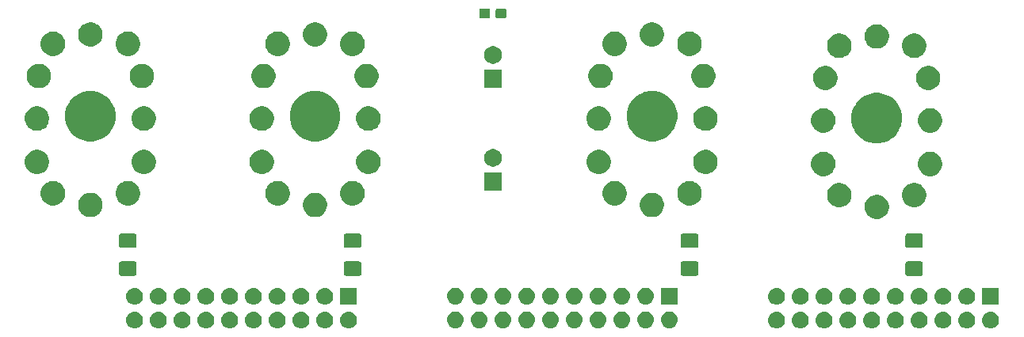
<source format=gbr>
G04 #@! TF.GenerationSoftware,KiCad,Pcbnew,5.1.4*
G04 #@! TF.CreationDate,2019-08-29T18:55:29+02:00*
G04 #@! TF.ProjectId,NixieClock,4e697869-6543-46c6-9f63-6b2e6b696361,rev?*
G04 #@! TF.SameCoordinates,Original*
G04 #@! TF.FileFunction,Soldermask,Top*
G04 #@! TF.FilePolarity,Negative*
%FSLAX46Y46*%
G04 Gerber Fmt 4.6, Leading zero omitted, Abs format (unit mm)*
G04 Created by KiCad (PCBNEW 5.1.4) date 2019-08-29 18:55:29*
%MOMM*%
%LPD*%
G04 APERTURE LIST*
%ADD10C,0.100000*%
G04 APERTURE END LIST*
D10*
G36*
X132310442Y-95107518D02*
G01*
X132376627Y-95114037D01*
X132546466Y-95165557D01*
X132702991Y-95249222D01*
X132738729Y-95278552D01*
X132840186Y-95361814D01*
X132923448Y-95463271D01*
X132952778Y-95499009D01*
X133036443Y-95655534D01*
X133087963Y-95825373D01*
X133105359Y-96002000D01*
X133087963Y-96178627D01*
X133036443Y-96348466D01*
X132952778Y-96504991D01*
X132923448Y-96540729D01*
X132840186Y-96642186D01*
X132738729Y-96725448D01*
X132702991Y-96754778D01*
X132702989Y-96754779D01*
X132565177Y-96828442D01*
X132546466Y-96838443D01*
X132376627Y-96889963D01*
X132310442Y-96896482D01*
X132244260Y-96903000D01*
X132155740Y-96903000D01*
X132089558Y-96896482D01*
X132023373Y-96889963D01*
X131853534Y-96838443D01*
X131834824Y-96828442D01*
X131697011Y-96754779D01*
X131697009Y-96754778D01*
X131661271Y-96725448D01*
X131559814Y-96642186D01*
X131476552Y-96540729D01*
X131447222Y-96504991D01*
X131363557Y-96348466D01*
X131312037Y-96178627D01*
X131294641Y-96002000D01*
X131312037Y-95825373D01*
X131363557Y-95655534D01*
X131447222Y-95499009D01*
X131476552Y-95463271D01*
X131559814Y-95361814D01*
X131661271Y-95278552D01*
X131697009Y-95249222D01*
X131853534Y-95165557D01*
X132023373Y-95114037D01*
X132089557Y-95107519D01*
X132155740Y-95101000D01*
X132244260Y-95101000D01*
X132310442Y-95107518D01*
X132310442Y-95107518D01*
G37*
G36*
X134850442Y-95107518D02*
G01*
X134916627Y-95114037D01*
X135086466Y-95165557D01*
X135242991Y-95249222D01*
X135278729Y-95278552D01*
X135380186Y-95361814D01*
X135463448Y-95463271D01*
X135492778Y-95499009D01*
X135576443Y-95655534D01*
X135627963Y-95825373D01*
X135645359Y-96002000D01*
X135627963Y-96178627D01*
X135576443Y-96348466D01*
X135492778Y-96504991D01*
X135463448Y-96540729D01*
X135380186Y-96642186D01*
X135278729Y-96725448D01*
X135242991Y-96754778D01*
X135242989Y-96754779D01*
X135105177Y-96828442D01*
X135086466Y-96838443D01*
X134916627Y-96889963D01*
X134850442Y-96896482D01*
X134784260Y-96903000D01*
X134695740Y-96903000D01*
X134629558Y-96896482D01*
X134563373Y-96889963D01*
X134393534Y-96838443D01*
X134374824Y-96828442D01*
X134237011Y-96754779D01*
X134237009Y-96754778D01*
X134201271Y-96725448D01*
X134099814Y-96642186D01*
X134016552Y-96540729D01*
X133987222Y-96504991D01*
X133903557Y-96348466D01*
X133852037Y-96178627D01*
X133834641Y-96002000D01*
X133852037Y-95825373D01*
X133903557Y-95655534D01*
X133987222Y-95499009D01*
X134016552Y-95463271D01*
X134099814Y-95361814D01*
X134201271Y-95278552D01*
X134237009Y-95249222D01*
X134393534Y-95165557D01*
X134563373Y-95114037D01*
X134629557Y-95107519D01*
X134695740Y-95101000D01*
X134784260Y-95101000D01*
X134850442Y-95107518D01*
X134850442Y-95107518D01*
G37*
G36*
X137390442Y-95107518D02*
G01*
X137456627Y-95114037D01*
X137626466Y-95165557D01*
X137782991Y-95249222D01*
X137818729Y-95278552D01*
X137920186Y-95361814D01*
X138003448Y-95463271D01*
X138032778Y-95499009D01*
X138116443Y-95655534D01*
X138167963Y-95825373D01*
X138185359Y-96002000D01*
X138167963Y-96178627D01*
X138116443Y-96348466D01*
X138032778Y-96504991D01*
X138003448Y-96540729D01*
X137920186Y-96642186D01*
X137818729Y-96725448D01*
X137782991Y-96754778D01*
X137782989Y-96754779D01*
X137645177Y-96828442D01*
X137626466Y-96838443D01*
X137456627Y-96889963D01*
X137390442Y-96896482D01*
X137324260Y-96903000D01*
X137235740Y-96903000D01*
X137169558Y-96896482D01*
X137103373Y-96889963D01*
X136933534Y-96838443D01*
X136914824Y-96828442D01*
X136777011Y-96754779D01*
X136777009Y-96754778D01*
X136741271Y-96725448D01*
X136639814Y-96642186D01*
X136556552Y-96540729D01*
X136527222Y-96504991D01*
X136443557Y-96348466D01*
X136392037Y-96178627D01*
X136374641Y-96002000D01*
X136392037Y-95825373D01*
X136443557Y-95655534D01*
X136527222Y-95499009D01*
X136556552Y-95463271D01*
X136639814Y-95361814D01*
X136741271Y-95278552D01*
X136777009Y-95249222D01*
X136933534Y-95165557D01*
X137103373Y-95114037D01*
X137169557Y-95107519D01*
X137235740Y-95101000D01*
X137324260Y-95101000D01*
X137390442Y-95107518D01*
X137390442Y-95107518D01*
G37*
G36*
X139930442Y-95107518D02*
G01*
X139996627Y-95114037D01*
X140166466Y-95165557D01*
X140322991Y-95249222D01*
X140358729Y-95278552D01*
X140460186Y-95361814D01*
X140543448Y-95463271D01*
X140572778Y-95499009D01*
X140656443Y-95655534D01*
X140707963Y-95825373D01*
X140725359Y-96002000D01*
X140707963Y-96178627D01*
X140656443Y-96348466D01*
X140572778Y-96504991D01*
X140543448Y-96540729D01*
X140460186Y-96642186D01*
X140358729Y-96725448D01*
X140322991Y-96754778D01*
X140322989Y-96754779D01*
X140185177Y-96828442D01*
X140166466Y-96838443D01*
X139996627Y-96889963D01*
X139930442Y-96896482D01*
X139864260Y-96903000D01*
X139775740Y-96903000D01*
X139709558Y-96896482D01*
X139643373Y-96889963D01*
X139473534Y-96838443D01*
X139454824Y-96828442D01*
X139317011Y-96754779D01*
X139317009Y-96754778D01*
X139281271Y-96725448D01*
X139179814Y-96642186D01*
X139096552Y-96540729D01*
X139067222Y-96504991D01*
X138983557Y-96348466D01*
X138932037Y-96178627D01*
X138914641Y-96002000D01*
X138932037Y-95825373D01*
X138983557Y-95655534D01*
X139067222Y-95499009D01*
X139096552Y-95463271D01*
X139179814Y-95361814D01*
X139281271Y-95278552D01*
X139317009Y-95249222D01*
X139473534Y-95165557D01*
X139643373Y-95114037D01*
X139709557Y-95107519D01*
X139775740Y-95101000D01*
X139864260Y-95101000D01*
X139930442Y-95107518D01*
X139930442Y-95107518D01*
G37*
G36*
X142470442Y-95107518D02*
G01*
X142536627Y-95114037D01*
X142706466Y-95165557D01*
X142862991Y-95249222D01*
X142898729Y-95278552D01*
X143000186Y-95361814D01*
X143083448Y-95463271D01*
X143112778Y-95499009D01*
X143196443Y-95655534D01*
X143247963Y-95825373D01*
X143265359Y-96002000D01*
X143247963Y-96178627D01*
X143196443Y-96348466D01*
X143112778Y-96504991D01*
X143083448Y-96540729D01*
X143000186Y-96642186D01*
X142898729Y-96725448D01*
X142862991Y-96754778D01*
X142862989Y-96754779D01*
X142725177Y-96828442D01*
X142706466Y-96838443D01*
X142536627Y-96889963D01*
X142470442Y-96896482D01*
X142404260Y-96903000D01*
X142315740Y-96903000D01*
X142249558Y-96896482D01*
X142183373Y-96889963D01*
X142013534Y-96838443D01*
X141994824Y-96828442D01*
X141857011Y-96754779D01*
X141857009Y-96754778D01*
X141821271Y-96725448D01*
X141719814Y-96642186D01*
X141636552Y-96540729D01*
X141607222Y-96504991D01*
X141523557Y-96348466D01*
X141472037Y-96178627D01*
X141454641Y-96002000D01*
X141472037Y-95825373D01*
X141523557Y-95655534D01*
X141607222Y-95499009D01*
X141636552Y-95463271D01*
X141719814Y-95361814D01*
X141821271Y-95278552D01*
X141857009Y-95249222D01*
X142013534Y-95165557D01*
X142183373Y-95114037D01*
X142249557Y-95107519D01*
X142315740Y-95101000D01*
X142404260Y-95101000D01*
X142470442Y-95107518D01*
X142470442Y-95107518D01*
G37*
G36*
X145010442Y-95107518D02*
G01*
X145076627Y-95114037D01*
X145246466Y-95165557D01*
X145402991Y-95249222D01*
X145438729Y-95278552D01*
X145540186Y-95361814D01*
X145623448Y-95463271D01*
X145652778Y-95499009D01*
X145736443Y-95655534D01*
X145787963Y-95825373D01*
X145805359Y-96002000D01*
X145787963Y-96178627D01*
X145736443Y-96348466D01*
X145652778Y-96504991D01*
X145623448Y-96540729D01*
X145540186Y-96642186D01*
X145438729Y-96725448D01*
X145402991Y-96754778D01*
X145402989Y-96754779D01*
X145265177Y-96828442D01*
X145246466Y-96838443D01*
X145076627Y-96889963D01*
X145010442Y-96896482D01*
X144944260Y-96903000D01*
X144855740Y-96903000D01*
X144789558Y-96896482D01*
X144723373Y-96889963D01*
X144553534Y-96838443D01*
X144534824Y-96828442D01*
X144397011Y-96754779D01*
X144397009Y-96754778D01*
X144361271Y-96725448D01*
X144259814Y-96642186D01*
X144176552Y-96540729D01*
X144147222Y-96504991D01*
X144063557Y-96348466D01*
X144012037Y-96178627D01*
X143994641Y-96002000D01*
X144012037Y-95825373D01*
X144063557Y-95655534D01*
X144147222Y-95499009D01*
X144176552Y-95463271D01*
X144259814Y-95361814D01*
X144361271Y-95278552D01*
X144397009Y-95249222D01*
X144553534Y-95165557D01*
X144723373Y-95114037D01*
X144789557Y-95107519D01*
X144855740Y-95101000D01*
X144944260Y-95101000D01*
X145010442Y-95107518D01*
X145010442Y-95107518D01*
G37*
G36*
X147550442Y-95107518D02*
G01*
X147616627Y-95114037D01*
X147786466Y-95165557D01*
X147942991Y-95249222D01*
X147978729Y-95278552D01*
X148080186Y-95361814D01*
X148163448Y-95463271D01*
X148192778Y-95499009D01*
X148276443Y-95655534D01*
X148327963Y-95825373D01*
X148345359Y-96002000D01*
X148327963Y-96178627D01*
X148276443Y-96348466D01*
X148192778Y-96504991D01*
X148163448Y-96540729D01*
X148080186Y-96642186D01*
X147978729Y-96725448D01*
X147942991Y-96754778D01*
X147942989Y-96754779D01*
X147805177Y-96828442D01*
X147786466Y-96838443D01*
X147616627Y-96889963D01*
X147550442Y-96896482D01*
X147484260Y-96903000D01*
X147395740Y-96903000D01*
X147329558Y-96896482D01*
X147263373Y-96889963D01*
X147093534Y-96838443D01*
X147074824Y-96828442D01*
X146937011Y-96754779D01*
X146937009Y-96754778D01*
X146901271Y-96725448D01*
X146799814Y-96642186D01*
X146716552Y-96540729D01*
X146687222Y-96504991D01*
X146603557Y-96348466D01*
X146552037Y-96178627D01*
X146534641Y-96002000D01*
X146552037Y-95825373D01*
X146603557Y-95655534D01*
X146687222Y-95499009D01*
X146716552Y-95463271D01*
X146799814Y-95361814D01*
X146901271Y-95278552D01*
X146937009Y-95249222D01*
X147093534Y-95165557D01*
X147263373Y-95114037D01*
X147329557Y-95107519D01*
X147395740Y-95101000D01*
X147484260Y-95101000D01*
X147550442Y-95107518D01*
X147550442Y-95107518D01*
G37*
G36*
X150090442Y-95107518D02*
G01*
X150156627Y-95114037D01*
X150326466Y-95165557D01*
X150482991Y-95249222D01*
X150518729Y-95278552D01*
X150620186Y-95361814D01*
X150703448Y-95463271D01*
X150732778Y-95499009D01*
X150816443Y-95655534D01*
X150867963Y-95825373D01*
X150885359Y-96002000D01*
X150867963Y-96178627D01*
X150816443Y-96348466D01*
X150732778Y-96504991D01*
X150703448Y-96540729D01*
X150620186Y-96642186D01*
X150518729Y-96725448D01*
X150482991Y-96754778D01*
X150482989Y-96754779D01*
X150345177Y-96828442D01*
X150326466Y-96838443D01*
X150156627Y-96889963D01*
X150090442Y-96896482D01*
X150024260Y-96903000D01*
X149935740Y-96903000D01*
X149869558Y-96896482D01*
X149803373Y-96889963D01*
X149633534Y-96838443D01*
X149614824Y-96828442D01*
X149477011Y-96754779D01*
X149477009Y-96754778D01*
X149441271Y-96725448D01*
X149339814Y-96642186D01*
X149256552Y-96540729D01*
X149227222Y-96504991D01*
X149143557Y-96348466D01*
X149092037Y-96178627D01*
X149074641Y-96002000D01*
X149092037Y-95825373D01*
X149143557Y-95655534D01*
X149227222Y-95499009D01*
X149256552Y-95463271D01*
X149339814Y-95361814D01*
X149441271Y-95278552D01*
X149477009Y-95249222D01*
X149633534Y-95165557D01*
X149803373Y-95114037D01*
X149869557Y-95107519D01*
X149935740Y-95101000D01*
X150024260Y-95101000D01*
X150090442Y-95107518D01*
X150090442Y-95107518D01*
G37*
G36*
X155170442Y-95107518D02*
G01*
X155236627Y-95114037D01*
X155406466Y-95165557D01*
X155562991Y-95249222D01*
X155598729Y-95278552D01*
X155700186Y-95361814D01*
X155783448Y-95463271D01*
X155812778Y-95499009D01*
X155896443Y-95655534D01*
X155947963Y-95825373D01*
X155965359Y-96002000D01*
X155947963Y-96178627D01*
X155896443Y-96348466D01*
X155812778Y-96504991D01*
X155783448Y-96540729D01*
X155700186Y-96642186D01*
X155598729Y-96725448D01*
X155562991Y-96754778D01*
X155562989Y-96754779D01*
X155425177Y-96828442D01*
X155406466Y-96838443D01*
X155236627Y-96889963D01*
X155170442Y-96896482D01*
X155104260Y-96903000D01*
X155015740Y-96903000D01*
X154949558Y-96896482D01*
X154883373Y-96889963D01*
X154713534Y-96838443D01*
X154694824Y-96828442D01*
X154557011Y-96754779D01*
X154557009Y-96754778D01*
X154521271Y-96725448D01*
X154419814Y-96642186D01*
X154336552Y-96540729D01*
X154307222Y-96504991D01*
X154223557Y-96348466D01*
X154172037Y-96178627D01*
X154154641Y-96002000D01*
X154172037Y-95825373D01*
X154223557Y-95655534D01*
X154307222Y-95499009D01*
X154336552Y-95463271D01*
X154419814Y-95361814D01*
X154521271Y-95278552D01*
X154557009Y-95249222D01*
X154713534Y-95165557D01*
X154883373Y-95114037D01*
X154949557Y-95107519D01*
X155015740Y-95101000D01*
X155104260Y-95101000D01*
X155170442Y-95107518D01*
X155170442Y-95107518D01*
G37*
G36*
X152630442Y-95107518D02*
G01*
X152696627Y-95114037D01*
X152866466Y-95165557D01*
X153022991Y-95249222D01*
X153058729Y-95278552D01*
X153160186Y-95361814D01*
X153243448Y-95463271D01*
X153272778Y-95499009D01*
X153356443Y-95655534D01*
X153407963Y-95825373D01*
X153425359Y-96002000D01*
X153407963Y-96178627D01*
X153356443Y-96348466D01*
X153272778Y-96504991D01*
X153243448Y-96540729D01*
X153160186Y-96642186D01*
X153058729Y-96725448D01*
X153022991Y-96754778D01*
X153022989Y-96754779D01*
X152885177Y-96828442D01*
X152866466Y-96838443D01*
X152696627Y-96889963D01*
X152630442Y-96896482D01*
X152564260Y-96903000D01*
X152475740Y-96903000D01*
X152409558Y-96896482D01*
X152343373Y-96889963D01*
X152173534Y-96838443D01*
X152154824Y-96828442D01*
X152017011Y-96754779D01*
X152017009Y-96754778D01*
X151981271Y-96725448D01*
X151879814Y-96642186D01*
X151796552Y-96540729D01*
X151767222Y-96504991D01*
X151683557Y-96348466D01*
X151632037Y-96178627D01*
X151614641Y-96002000D01*
X151632037Y-95825373D01*
X151683557Y-95655534D01*
X151767222Y-95499009D01*
X151796552Y-95463271D01*
X151879814Y-95361814D01*
X151981271Y-95278552D01*
X152017009Y-95249222D01*
X152173534Y-95165557D01*
X152343373Y-95114037D01*
X152409557Y-95107519D01*
X152475740Y-95101000D01*
X152564260Y-95101000D01*
X152630442Y-95107518D01*
X152630442Y-95107518D01*
G37*
G36*
X68820443Y-95097519D02*
G01*
X68886627Y-95104037D01*
X69056466Y-95155557D01*
X69056468Y-95155558D01*
X69134728Y-95197389D01*
X69212991Y-95239222D01*
X69248729Y-95268552D01*
X69350186Y-95351814D01*
X69433448Y-95453271D01*
X69462778Y-95489009D01*
X69546443Y-95645534D01*
X69597963Y-95815373D01*
X69615359Y-95992000D01*
X69597963Y-96168627D01*
X69546443Y-96338466D01*
X69462778Y-96494991D01*
X69454571Y-96504991D01*
X69350186Y-96632186D01*
X69248729Y-96715448D01*
X69212991Y-96744778D01*
X69134729Y-96786610D01*
X69075177Y-96818442D01*
X69056466Y-96828443D01*
X68886627Y-96879963D01*
X68820443Y-96886481D01*
X68754260Y-96893000D01*
X68665740Y-96893000D01*
X68599557Y-96886481D01*
X68533373Y-96879963D01*
X68363534Y-96828443D01*
X68344824Y-96818442D01*
X68285271Y-96786610D01*
X68207009Y-96744778D01*
X68171271Y-96715448D01*
X68069814Y-96632186D01*
X67965429Y-96504991D01*
X67957222Y-96494991D01*
X67873557Y-96338466D01*
X67822037Y-96168627D01*
X67804641Y-95992000D01*
X67822037Y-95815373D01*
X67873557Y-95645534D01*
X67957222Y-95489009D01*
X67986552Y-95453271D01*
X68069814Y-95351814D01*
X68171271Y-95268552D01*
X68207009Y-95239222D01*
X68285272Y-95197389D01*
X68363532Y-95155558D01*
X68363534Y-95155557D01*
X68533373Y-95104037D01*
X68599557Y-95097519D01*
X68665740Y-95091000D01*
X68754260Y-95091000D01*
X68820443Y-95097519D01*
X68820443Y-95097519D01*
G37*
G36*
X63740443Y-95097519D02*
G01*
X63806627Y-95104037D01*
X63976466Y-95155557D01*
X63976468Y-95155558D01*
X64054728Y-95197389D01*
X64132991Y-95239222D01*
X64168729Y-95268552D01*
X64270186Y-95351814D01*
X64353448Y-95453271D01*
X64382778Y-95489009D01*
X64466443Y-95645534D01*
X64517963Y-95815373D01*
X64535359Y-95992000D01*
X64517963Y-96168627D01*
X64466443Y-96338466D01*
X64382778Y-96494991D01*
X64374571Y-96504991D01*
X64270186Y-96632186D01*
X64168729Y-96715448D01*
X64132991Y-96744778D01*
X64054729Y-96786610D01*
X63995177Y-96818442D01*
X63976466Y-96828443D01*
X63806627Y-96879963D01*
X63740443Y-96886481D01*
X63674260Y-96893000D01*
X63585740Y-96893000D01*
X63519557Y-96886481D01*
X63453373Y-96879963D01*
X63283534Y-96828443D01*
X63264824Y-96818442D01*
X63205271Y-96786610D01*
X63127009Y-96744778D01*
X63091271Y-96715448D01*
X62989814Y-96632186D01*
X62885429Y-96504991D01*
X62877222Y-96494991D01*
X62793557Y-96338466D01*
X62742037Y-96168627D01*
X62724641Y-95992000D01*
X62742037Y-95815373D01*
X62793557Y-95645534D01*
X62877222Y-95489009D01*
X62906552Y-95453271D01*
X62989814Y-95351814D01*
X63091271Y-95268552D01*
X63127009Y-95239222D01*
X63205272Y-95197389D01*
X63283532Y-95155558D01*
X63283534Y-95155557D01*
X63453373Y-95104037D01*
X63519557Y-95097519D01*
X63585740Y-95091000D01*
X63674260Y-95091000D01*
X63740443Y-95097519D01*
X63740443Y-95097519D01*
G37*
G36*
X66280443Y-95097519D02*
G01*
X66346627Y-95104037D01*
X66516466Y-95155557D01*
X66516468Y-95155558D01*
X66594728Y-95197389D01*
X66672991Y-95239222D01*
X66708729Y-95268552D01*
X66810186Y-95351814D01*
X66893448Y-95453271D01*
X66922778Y-95489009D01*
X67006443Y-95645534D01*
X67057963Y-95815373D01*
X67075359Y-95992000D01*
X67057963Y-96168627D01*
X67006443Y-96338466D01*
X66922778Y-96494991D01*
X66914571Y-96504991D01*
X66810186Y-96632186D01*
X66708729Y-96715448D01*
X66672991Y-96744778D01*
X66594729Y-96786610D01*
X66535177Y-96818442D01*
X66516466Y-96828443D01*
X66346627Y-96879963D01*
X66280443Y-96886481D01*
X66214260Y-96893000D01*
X66125740Y-96893000D01*
X66059557Y-96886481D01*
X65993373Y-96879963D01*
X65823534Y-96828443D01*
X65804824Y-96818442D01*
X65745271Y-96786610D01*
X65667009Y-96744778D01*
X65631271Y-96715448D01*
X65529814Y-96632186D01*
X65425429Y-96504991D01*
X65417222Y-96494991D01*
X65333557Y-96338466D01*
X65282037Y-96168627D01*
X65264641Y-95992000D01*
X65282037Y-95815373D01*
X65333557Y-95645534D01*
X65417222Y-95489009D01*
X65446552Y-95453271D01*
X65529814Y-95351814D01*
X65631271Y-95268552D01*
X65667009Y-95239222D01*
X65745272Y-95197389D01*
X65823532Y-95155558D01*
X65823534Y-95155557D01*
X65993373Y-95104037D01*
X66059557Y-95097519D01*
X66125740Y-95091000D01*
X66214260Y-95091000D01*
X66280443Y-95097519D01*
X66280443Y-95097519D01*
G37*
G36*
X71360443Y-95097519D02*
G01*
X71426627Y-95104037D01*
X71596466Y-95155557D01*
X71596468Y-95155558D01*
X71674728Y-95197389D01*
X71752991Y-95239222D01*
X71788729Y-95268552D01*
X71890186Y-95351814D01*
X71973448Y-95453271D01*
X72002778Y-95489009D01*
X72086443Y-95645534D01*
X72137963Y-95815373D01*
X72155359Y-95992000D01*
X72137963Y-96168627D01*
X72086443Y-96338466D01*
X72002778Y-96494991D01*
X71994571Y-96504991D01*
X71890186Y-96632186D01*
X71788729Y-96715448D01*
X71752991Y-96744778D01*
X71674729Y-96786610D01*
X71615177Y-96818442D01*
X71596466Y-96828443D01*
X71426627Y-96879963D01*
X71360443Y-96886481D01*
X71294260Y-96893000D01*
X71205740Y-96893000D01*
X71139557Y-96886481D01*
X71073373Y-96879963D01*
X70903534Y-96828443D01*
X70884824Y-96818442D01*
X70825271Y-96786610D01*
X70747009Y-96744778D01*
X70711271Y-96715448D01*
X70609814Y-96632186D01*
X70505429Y-96504991D01*
X70497222Y-96494991D01*
X70413557Y-96338466D01*
X70362037Y-96168627D01*
X70344641Y-95992000D01*
X70362037Y-95815373D01*
X70413557Y-95645534D01*
X70497222Y-95489009D01*
X70526552Y-95453271D01*
X70609814Y-95351814D01*
X70711271Y-95268552D01*
X70747009Y-95239222D01*
X70825272Y-95197389D01*
X70903532Y-95155558D01*
X70903534Y-95155557D01*
X71073373Y-95104037D01*
X71139557Y-95097519D01*
X71205740Y-95091000D01*
X71294260Y-95091000D01*
X71360443Y-95097519D01*
X71360443Y-95097519D01*
G37*
G36*
X73900443Y-95097519D02*
G01*
X73966627Y-95104037D01*
X74136466Y-95155557D01*
X74136468Y-95155558D01*
X74214728Y-95197389D01*
X74292991Y-95239222D01*
X74328729Y-95268552D01*
X74430186Y-95351814D01*
X74513448Y-95453271D01*
X74542778Y-95489009D01*
X74626443Y-95645534D01*
X74677963Y-95815373D01*
X74695359Y-95992000D01*
X74677963Y-96168627D01*
X74626443Y-96338466D01*
X74542778Y-96494991D01*
X74534571Y-96504991D01*
X74430186Y-96632186D01*
X74328729Y-96715448D01*
X74292991Y-96744778D01*
X74214729Y-96786610D01*
X74155177Y-96818442D01*
X74136466Y-96828443D01*
X73966627Y-96879963D01*
X73900443Y-96886481D01*
X73834260Y-96893000D01*
X73745740Y-96893000D01*
X73679557Y-96886481D01*
X73613373Y-96879963D01*
X73443534Y-96828443D01*
X73424824Y-96818442D01*
X73365271Y-96786610D01*
X73287009Y-96744778D01*
X73251271Y-96715448D01*
X73149814Y-96632186D01*
X73045429Y-96504991D01*
X73037222Y-96494991D01*
X72953557Y-96338466D01*
X72902037Y-96168627D01*
X72884641Y-95992000D01*
X72902037Y-95815373D01*
X72953557Y-95645534D01*
X73037222Y-95489009D01*
X73066552Y-95453271D01*
X73149814Y-95351814D01*
X73251271Y-95268552D01*
X73287009Y-95239222D01*
X73365272Y-95197389D01*
X73443532Y-95155558D01*
X73443534Y-95155557D01*
X73613373Y-95104037D01*
X73679557Y-95097519D01*
X73745740Y-95091000D01*
X73834260Y-95091000D01*
X73900443Y-95097519D01*
X73900443Y-95097519D01*
G37*
G36*
X81520443Y-95097519D02*
G01*
X81586627Y-95104037D01*
X81756466Y-95155557D01*
X81756468Y-95155558D01*
X81834728Y-95197389D01*
X81912991Y-95239222D01*
X81948729Y-95268552D01*
X82050186Y-95351814D01*
X82133448Y-95453271D01*
X82162778Y-95489009D01*
X82246443Y-95645534D01*
X82297963Y-95815373D01*
X82315359Y-95992000D01*
X82297963Y-96168627D01*
X82246443Y-96338466D01*
X82162778Y-96494991D01*
X82154571Y-96504991D01*
X82050186Y-96632186D01*
X81948729Y-96715448D01*
X81912991Y-96744778D01*
X81834729Y-96786610D01*
X81775177Y-96818442D01*
X81756466Y-96828443D01*
X81586627Y-96879963D01*
X81520443Y-96886481D01*
X81454260Y-96893000D01*
X81365740Y-96893000D01*
X81299557Y-96886481D01*
X81233373Y-96879963D01*
X81063534Y-96828443D01*
X81044824Y-96818442D01*
X80985271Y-96786610D01*
X80907009Y-96744778D01*
X80871271Y-96715448D01*
X80769814Y-96632186D01*
X80665429Y-96504991D01*
X80657222Y-96494991D01*
X80573557Y-96338466D01*
X80522037Y-96168627D01*
X80504641Y-95992000D01*
X80522037Y-95815373D01*
X80573557Y-95645534D01*
X80657222Y-95489009D01*
X80686552Y-95453271D01*
X80769814Y-95351814D01*
X80871271Y-95268552D01*
X80907009Y-95239222D01*
X80985272Y-95197389D01*
X81063532Y-95155558D01*
X81063534Y-95155557D01*
X81233373Y-95104037D01*
X81299557Y-95097519D01*
X81365740Y-95091000D01*
X81454260Y-95091000D01*
X81520443Y-95097519D01*
X81520443Y-95097519D01*
G37*
G36*
X84060443Y-95097519D02*
G01*
X84126627Y-95104037D01*
X84296466Y-95155557D01*
X84296468Y-95155558D01*
X84374728Y-95197389D01*
X84452991Y-95239222D01*
X84488729Y-95268552D01*
X84590186Y-95351814D01*
X84673448Y-95453271D01*
X84702778Y-95489009D01*
X84786443Y-95645534D01*
X84837963Y-95815373D01*
X84855359Y-95992000D01*
X84837963Y-96168627D01*
X84786443Y-96338466D01*
X84702778Y-96494991D01*
X84694571Y-96504991D01*
X84590186Y-96632186D01*
X84488729Y-96715448D01*
X84452991Y-96744778D01*
X84374729Y-96786610D01*
X84315177Y-96818442D01*
X84296466Y-96828443D01*
X84126627Y-96879963D01*
X84060443Y-96886481D01*
X83994260Y-96893000D01*
X83905740Y-96893000D01*
X83839557Y-96886481D01*
X83773373Y-96879963D01*
X83603534Y-96828443D01*
X83584824Y-96818442D01*
X83525271Y-96786610D01*
X83447009Y-96744778D01*
X83411271Y-96715448D01*
X83309814Y-96632186D01*
X83205429Y-96504991D01*
X83197222Y-96494991D01*
X83113557Y-96338466D01*
X83062037Y-96168627D01*
X83044641Y-95992000D01*
X83062037Y-95815373D01*
X83113557Y-95645534D01*
X83197222Y-95489009D01*
X83226552Y-95453271D01*
X83309814Y-95351814D01*
X83411271Y-95268552D01*
X83447009Y-95239222D01*
X83525272Y-95197389D01*
X83603532Y-95155558D01*
X83603534Y-95155557D01*
X83773373Y-95104037D01*
X83839557Y-95097519D01*
X83905740Y-95091000D01*
X83994260Y-95091000D01*
X84060443Y-95097519D01*
X84060443Y-95097519D01*
G37*
G36*
X86600443Y-95097519D02*
G01*
X86666627Y-95104037D01*
X86836466Y-95155557D01*
X86836468Y-95155558D01*
X86914728Y-95197389D01*
X86992991Y-95239222D01*
X87028729Y-95268552D01*
X87130186Y-95351814D01*
X87213448Y-95453271D01*
X87242778Y-95489009D01*
X87326443Y-95645534D01*
X87377963Y-95815373D01*
X87395359Y-95992000D01*
X87377963Y-96168627D01*
X87326443Y-96338466D01*
X87242778Y-96494991D01*
X87234571Y-96504991D01*
X87130186Y-96632186D01*
X87028729Y-96715448D01*
X86992991Y-96744778D01*
X86914729Y-96786610D01*
X86855177Y-96818442D01*
X86836466Y-96828443D01*
X86666627Y-96879963D01*
X86600443Y-96886481D01*
X86534260Y-96893000D01*
X86445740Y-96893000D01*
X86379557Y-96886481D01*
X86313373Y-96879963D01*
X86143534Y-96828443D01*
X86124824Y-96818442D01*
X86065271Y-96786610D01*
X85987009Y-96744778D01*
X85951271Y-96715448D01*
X85849814Y-96632186D01*
X85745429Y-96504991D01*
X85737222Y-96494991D01*
X85653557Y-96338466D01*
X85602037Y-96168627D01*
X85584641Y-95992000D01*
X85602037Y-95815373D01*
X85653557Y-95645534D01*
X85737222Y-95489009D01*
X85766552Y-95453271D01*
X85849814Y-95351814D01*
X85951271Y-95268552D01*
X85987009Y-95239222D01*
X86065272Y-95197389D01*
X86143532Y-95155558D01*
X86143534Y-95155557D01*
X86313373Y-95104037D01*
X86379557Y-95097519D01*
X86445740Y-95091000D01*
X86534260Y-95091000D01*
X86600443Y-95097519D01*
X86600443Y-95097519D01*
G37*
G36*
X78980443Y-95097519D02*
G01*
X79046627Y-95104037D01*
X79216466Y-95155557D01*
X79216468Y-95155558D01*
X79294728Y-95197389D01*
X79372991Y-95239222D01*
X79408729Y-95268552D01*
X79510186Y-95351814D01*
X79593448Y-95453271D01*
X79622778Y-95489009D01*
X79706443Y-95645534D01*
X79757963Y-95815373D01*
X79775359Y-95992000D01*
X79757963Y-96168627D01*
X79706443Y-96338466D01*
X79622778Y-96494991D01*
X79614571Y-96504991D01*
X79510186Y-96632186D01*
X79408729Y-96715448D01*
X79372991Y-96744778D01*
X79294729Y-96786610D01*
X79235177Y-96818442D01*
X79216466Y-96828443D01*
X79046627Y-96879963D01*
X78980443Y-96886481D01*
X78914260Y-96893000D01*
X78825740Y-96893000D01*
X78759557Y-96886481D01*
X78693373Y-96879963D01*
X78523534Y-96828443D01*
X78504824Y-96818442D01*
X78445271Y-96786610D01*
X78367009Y-96744778D01*
X78331271Y-96715448D01*
X78229814Y-96632186D01*
X78125429Y-96504991D01*
X78117222Y-96494991D01*
X78033557Y-96338466D01*
X77982037Y-96168627D01*
X77964641Y-95992000D01*
X77982037Y-95815373D01*
X78033557Y-95645534D01*
X78117222Y-95489009D01*
X78146552Y-95453271D01*
X78229814Y-95351814D01*
X78331271Y-95268552D01*
X78367009Y-95239222D01*
X78445272Y-95197389D01*
X78523532Y-95155558D01*
X78523534Y-95155557D01*
X78693373Y-95104037D01*
X78759557Y-95097519D01*
X78825740Y-95091000D01*
X78914260Y-95091000D01*
X78980443Y-95097519D01*
X78980443Y-95097519D01*
G37*
G36*
X76440443Y-95097519D02*
G01*
X76506627Y-95104037D01*
X76676466Y-95155557D01*
X76676468Y-95155558D01*
X76754728Y-95197389D01*
X76832991Y-95239222D01*
X76868729Y-95268552D01*
X76970186Y-95351814D01*
X77053448Y-95453271D01*
X77082778Y-95489009D01*
X77166443Y-95645534D01*
X77217963Y-95815373D01*
X77235359Y-95992000D01*
X77217963Y-96168627D01*
X77166443Y-96338466D01*
X77082778Y-96494991D01*
X77074571Y-96504991D01*
X76970186Y-96632186D01*
X76868729Y-96715448D01*
X76832991Y-96744778D01*
X76754729Y-96786610D01*
X76695177Y-96818442D01*
X76676466Y-96828443D01*
X76506627Y-96879963D01*
X76440443Y-96886481D01*
X76374260Y-96893000D01*
X76285740Y-96893000D01*
X76219557Y-96886481D01*
X76153373Y-96879963D01*
X75983534Y-96828443D01*
X75964824Y-96818442D01*
X75905271Y-96786610D01*
X75827009Y-96744778D01*
X75791271Y-96715448D01*
X75689814Y-96632186D01*
X75585429Y-96504991D01*
X75577222Y-96494991D01*
X75493557Y-96338466D01*
X75442037Y-96168627D01*
X75424641Y-95992000D01*
X75442037Y-95815373D01*
X75493557Y-95645534D01*
X75577222Y-95489009D01*
X75606552Y-95453271D01*
X75689814Y-95351814D01*
X75791271Y-95268552D01*
X75827009Y-95239222D01*
X75905272Y-95197389D01*
X75983532Y-95155558D01*
X75983534Y-95155557D01*
X76153373Y-95104037D01*
X76219557Y-95097519D01*
X76285740Y-95091000D01*
X76374260Y-95091000D01*
X76440443Y-95097519D01*
X76440443Y-95097519D01*
G37*
G36*
X105630442Y-95087518D02*
G01*
X105696627Y-95094037D01*
X105866466Y-95145557D01*
X105866468Y-95145558D01*
X105903883Y-95165557D01*
X106022991Y-95229222D01*
X106047361Y-95249222D01*
X106160186Y-95341814D01*
X106243448Y-95443271D01*
X106272778Y-95479009D01*
X106356443Y-95635534D01*
X106407963Y-95805373D01*
X106425359Y-95982000D01*
X106407963Y-96158627D01*
X106356443Y-96328466D01*
X106272778Y-96484991D01*
X106264571Y-96494991D01*
X106160186Y-96622186D01*
X106058729Y-96705448D01*
X106022991Y-96734778D01*
X105866466Y-96818443D01*
X105696627Y-96869963D01*
X105630442Y-96876482D01*
X105564260Y-96883000D01*
X105475740Y-96883000D01*
X105409557Y-96876481D01*
X105343373Y-96869963D01*
X105173534Y-96818443D01*
X105017009Y-96734778D01*
X104981271Y-96705448D01*
X104879814Y-96622186D01*
X104775429Y-96494991D01*
X104767222Y-96484991D01*
X104683557Y-96328466D01*
X104632037Y-96158627D01*
X104614641Y-95982000D01*
X104632037Y-95805373D01*
X104683557Y-95635534D01*
X104767222Y-95479009D01*
X104796552Y-95443271D01*
X104879814Y-95341814D01*
X104992639Y-95249222D01*
X105017009Y-95229222D01*
X105136117Y-95165557D01*
X105173532Y-95145558D01*
X105173534Y-95145557D01*
X105343373Y-95094037D01*
X105409558Y-95087518D01*
X105475740Y-95081000D01*
X105564260Y-95081000D01*
X105630442Y-95087518D01*
X105630442Y-95087518D01*
G37*
G36*
X98010442Y-95087518D02*
G01*
X98076627Y-95094037D01*
X98246466Y-95145557D01*
X98246468Y-95145558D01*
X98283883Y-95165557D01*
X98402991Y-95229222D01*
X98427361Y-95249222D01*
X98540186Y-95341814D01*
X98623448Y-95443271D01*
X98652778Y-95479009D01*
X98736443Y-95635534D01*
X98787963Y-95805373D01*
X98805359Y-95982000D01*
X98787963Y-96158627D01*
X98736443Y-96328466D01*
X98652778Y-96484991D01*
X98644571Y-96494991D01*
X98540186Y-96622186D01*
X98438729Y-96705448D01*
X98402991Y-96734778D01*
X98246466Y-96818443D01*
X98076627Y-96869963D01*
X98010442Y-96876482D01*
X97944260Y-96883000D01*
X97855740Y-96883000D01*
X97789557Y-96876481D01*
X97723373Y-96869963D01*
X97553534Y-96818443D01*
X97397009Y-96734778D01*
X97361271Y-96705448D01*
X97259814Y-96622186D01*
X97155429Y-96494991D01*
X97147222Y-96484991D01*
X97063557Y-96328466D01*
X97012037Y-96158627D01*
X96994641Y-95982000D01*
X97012037Y-95805373D01*
X97063557Y-95635534D01*
X97147222Y-95479009D01*
X97176552Y-95443271D01*
X97259814Y-95341814D01*
X97372639Y-95249222D01*
X97397009Y-95229222D01*
X97516117Y-95165557D01*
X97553532Y-95145558D01*
X97553534Y-95145557D01*
X97723373Y-95094037D01*
X97789558Y-95087518D01*
X97855740Y-95081000D01*
X97944260Y-95081000D01*
X98010442Y-95087518D01*
X98010442Y-95087518D01*
G37*
G36*
X100550442Y-95087518D02*
G01*
X100616627Y-95094037D01*
X100786466Y-95145557D01*
X100786468Y-95145558D01*
X100823883Y-95165557D01*
X100942991Y-95229222D01*
X100967361Y-95249222D01*
X101080186Y-95341814D01*
X101163448Y-95443271D01*
X101192778Y-95479009D01*
X101276443Y-95635534D01*
X101327963Y-95805373D01*
X101345359Y-95982000D01*
X101327963Y-96158627D01*
X101276443Y-96328466D01*
X101192778Y-96484991D01*
X101184571Y-96494991D01*
X101080186Y-96622186D01*
X100978729Y-96705448D01*
X100942991Y-96734778D01*
X100786466Y-96818443D01*
X100616627Y-96869963D01*
X100550442Y-96876482D01*
X100484260Y-96883000D01*
X100395740Y-96883000D01*
X100329557Y-96876481D01*
X100263373Y-96869963D01*
X100093534Y-96818443D01*
X99937009Y-96734778D01*
X99901271Y-96705448D01*
X99799814Y-96622186D01*
X99695429Y-96494991D01*
X99687222Y-96484991D01*
X99603557Y-96328466D01*
X99552037Y-96158627D01*
X99534641Y-95982000D01*
X99552037Y-95805373D01*
X99603557Y-95635534D01*
X99687222Y-95479009D01*
X99716552Y-95443271D01*
X99799814Y-95341814D01*
X99912639Y-95249222D01*
X99937009Y-95229222D01*
X100056117Y-95165557D01*
X100093532Y-95145558D01*
X100093534Y-95145557D01*
X100263373Y-95094037D01*
X100329558Y-95087518D01*
X100395740Y-95081000D01*
X100484260Y-95081000D01*
X100550442Y-95087518D01*
X100550442Y-95087518D01*
G37*
G36*
X103090442Y-95087518D02*
G01*
X103156627Y-95094037D01*
X103326466Y-95145557D01*
X103326468Y-95145558D01*
X103363883Y-95165557D01*
X103482991Y-95229222D01*
X103507361Y-95249222D01*
X103620186Y-95341814D01*
X103703448Y-95443271D01*
X103732778Y-95479009D01*
X103816443Y-95635534D01*
X103867963Y-95805373D01*
X103885359Y-95982000D01*
X103867963Y-96158627D01*
X103816443Y-96328466D01*
X103732778Y-96484991D01*
X103724571Y-96494991D01*
X103620186Y-96622186D01*
X103518729Y-96705448D01*
X103482991Y-96734778D01*
X103326466Y-96818443D01*
X103156627Y-96869963D01*
X103090442Y-96876482D01*
X103024260Y-96883000D01*
X102935740Y-96883000D01*
X102869557Y-96876481D01*
X102803373Y-96869963D01*
X102633534Y-96818443D01*
X102477009Y-96734778D01*
X102441271Y-96705448D01*
X102339814Y-96622186D01*
X102235429Y-96494991D01*
X102227222Y-96484991D01*
X102143557Y-96328466D01*
X102092037Y-96158627D01*
X102074641Y-95982000D01*
X102092037Y-95805373D01*
X102143557Y-95635534D01*
X102227222Y-95479009D01*
X102256552Y-95443271D01*
X102339814Y-95341814D01*
X102452639Y-95249222D01*
X102477009Y-95229222D01*
X102596117Y-95165557D01*
X102633532Y-95145558D01*
X102633534Y-95145557D01*
X102803373Y-95094037D01*
X102869558Y-95087518D01*
X102935740Y-95081000D01*
X103024260Y-95081000D01*
X103090442Y-95087518D01*
X103090442Y-95087518D01*
G37*
G36*
X108170442Y-95087518D02*
G01*
X108236627Y-95094037D01*
X108406466Y-95145557D01*
X108406468Y-95145558D01*
X108443883Y-95165557D01*
X108562991Y-95229222D01*
X108587361Y-95249222D01*
X108700186Y-95341814D01*
X108783448Y-95443271D01*
X108812778Y-95479009D01*
X108896443Y-95635534D01*
X108947963Y-95805373D01*
X108965359Y-95982000D01*
X108947963Y-96158627D01*
X108896443Y-96328466D01*
X108812778Y-96484991D01*
X108804571Y-96494991D01*
X108700186Y-96622186D01*
X108598729Y-96705448D01*
X108562991Y-96734778D01*
X108406466Y-96818443D01*
X108236627Y-96869963D01*
X108170442Y-96876482D01*
X108104260Y-96883000D01*
X108015740Y-96883000D01*
X107949557Y-96876481D01*
X107883373Y-96869963D01*
X107713534Y-96818443D01*
X107557009Y-96734778D01*
X107521271Y-96705448D01*
X107419814Y-96622186D01*
X107315429Y-96494991D01*
X107307222Y-96484991D01*
X107223557Y-96328466D01*
X107172037Y-96158627D01*
X107154641Y-95982000D01*
X107172037Y-95805373D01*
X107223557Y-95635534D01*
X107307222Y-95479009D01*
X107336552Y-95443271D01*
X107419814Y-95341814D01*
X107532639Y-95249222D01*
X107557009Y-95229222D01*
X107676117Y-95165557D01*
X107713532Y-95145558D01*
X107713534Y-95145557D01*
X107883373Y-95094037D01*
X107949558Y-95087518D01*
X108015740Y-95081000D01*
X108104260Y-95081000D01*
X108170442Y-95087518D01*
X108170442Y-95087518D01*
G37*
G36*
X120870442Y-95087518D02*
G01*
X120936627Y-95094037D01*
X121106466Y-95145557D01*
X121106468Y-95145558D01*
X121143883Y-95165557D01*
X121262991Y-95229222D01*
X121287361Y-95249222D01*
X121400186Y-95341814D01*
X121483448Y-95443271D01*
X121512778Y-95479009D01*
X121596443Y-95635534D01*
X121647963Y-95805373D01*
X121665359Y-95982000D01*
X121647963Y-96158627D01*
X121596443Y-96328466D01*
X121512778Y-96484991D01*
X121504571Y-96494991D01*
X121400186Y-96622186D01*
X121298729Y-96705448D01*
X121262991Y-96734778D01*
X121106466Y-96818443D01*
X120936627Y-96869963D01*
X120870442Y-96876482D01*
X120804260Y-96883000D01*
X120715740Y-96883000D01*
X120649557Y-96876481D01*
X120583373Y-96869963D01*
X120413534Y-96818443D01*
X120257009Y-96734778D01*
X120221271Y-96705448D01*
X120119814Y-96622186D01*
X120015429Y-96494991D01*
X120007222Y-96484991D01*
X119923557Y-96328466D01*
X119872037Y-96158627D01*
X119854641Y-95982000D01*
X119872037Y-95805373D01*
X119923557Y-95635534D01*
X120007222Y-95479009D01*
X120036552Y-95443271D01*
X120119814Y-95341814D01*
X120232639Y-95249222D01*
X120257009Y-95229222D01*
X120376117Y-95165557D01*
X120413532Y-95145558D01*
X120413534Y-95145557D01*
X120583373Y-95094037D01*
X120649558Y-95087518D01*
X120715740Y-95081000D01*
X120804260Y-95081000D01*
X120870442Y-95087518D01*
X120870442Y-95087518D01*
G37*
G36*
X115790442Y-95087518D02*
G01*
X115856627Y-95094037D01*
X116026466Y-95145557D01*
X116026468Y-95145558D01*
X116063883Y-95165557D01*
X116182991Y-95229222D01*
X116207361Y-95249222D01*
X116320186Y-95341814D01*
X116403448Y-95443271D01*
X116432778Y-95479009D01*
X116516443Y-95635534D01*
X116567963Y-95805373D01*
X116585359Y-95982000D01*
X116567963Y-96158627D01*
X116516443Y-96328466D01*
X116432778Y-96484991D01*
X116424571Y-96494991D01*
X116320186Y-96622186D01*
X116218729Y-96705448D01*
X116182991Y-96734778D01*
X116026466Y-96818443D01*
X115856627Y-96869963D01*
X115790442Y-96876482D01*
X115724260Y-96883000D01*
X115635740Y-96883000D01*
X115569557Y-96876481D01*
X115503373Y-96869963D01*
X115333534Y-96818443D01*
X115177009Y-96734778D01*
X115141271Y-96705448D01*
X115039814Y-96622186D01*
X114935429Y-96494991D01*
X114927222Y-96484991D01*
X114843557Y-96328466D01*
X114792037Y-96158627D01*
X114774641Y-95982000D01*
X114792037Y-95805373D01*
X114843557Y-95635534D01*
X114927222Y-95479009D01*
X114956552Y-95443271D01*
X115039814Y-95341814D01*
X115152639Y-95249222D01*
X115177009Y-95229222D01*
X115296117Y-95165557D01*
X115333532Y-95145558D01*
X115333534Y-95145557D01*
X115503373Y-95094037D01*
X115569558Y-95087518D01*
X115635740Y-95081000D01*
X115724260Y-95081000D01*
X115790442Y-95087518D01*
X115790442Y-95087518D01*
G37*
G36*
X118330442Y-95087518D02*
G01*
X118396627Y-95094037D01*
X118566466Y-95145557D01*
X118566468Y-95145558D01*
X118603883Y-95165557D01*
X118722991Y-95229222D01*
X118747361Y-95249222D01*
X118860186Y-95341814D01*
X118943448Y-95443271D01*
X118972778Y-95479009D01*
X119056443Y-95635534D01*
X119107963Y-95805373D01*
X119125359Y-95982000D01*
X119107963Y-96158627D01*
X119056443Y-96328466D01*
X118972778Y-96484991D01*
X118964571Y-96494991D01*
X118860186Y-96622186D01*
X118758729Y-96705448D01*
X118722991Y-96734778D01*
X118566466Y-96818443D01*
X118396627Y-96869963D01*
X118330442Y-96876482D01*
X118264260Y-96883000D01*
X118175740Y-96883000D01*
X118109557Y-96876481D01*
X118043373Y-96869963D01*
X117873534Y-96818443D01*
X117717009Y-96734778D01*
X117681271Y-96705448D01*
X117579814Y-96622186D01*
X117475429Y-96494991D01*
X117467222Y-96484991D01*
X117383557Y-96328466D01*
X117332037Y-96158627D01*
X117314641Y-95982000D01*
X117332037Y-95805373D01*
X117383557Y-95635534D01*
X117467222Y-95479009D01*
X117496552Y-95443271D01*
X117579814Y-95341814D01*
X117692639Y-95249222D01*
X117717009Y-95229222D01*
X117836117Y-95165557D01*
X117873532Y-95145558D01*
X117873534Y-95145557D01*
X118043373Y-95094037D01*
X118109558Y-95087518D01*
X118175740Y-95081000D01*
X118264260Y-95081000D01*
X118330442Y-95087518D01*
X118330442Y-95087518D01*
G37*
G36*
X113250442Y-95087518D02*
G01*
X113316627Y-95094037D01*
X113486466Y-95145557D01*
X113486468Y-95145558D01*
X113523883Y-95165557D01*
X113642991Y-95229222D01*
X113667361Y-95249222D01*
X113780186Y-95341814D01*
X113863448Y-95443271D01*
X113892778Y-95479009D01*
X113976443Y-95635534D01*
X114027963Y-95805373D01*
X114045359Y-95982000D01*
X114027963Y-96158627D01*
X113976443Y-96328466D01*
X113892778Y-96484991D01*
X113884571Y-96494991D01*
X113780186Y-96622186D01*
X113678729Y-96705448D01*
X113642991Y-96734778D01*
X113486466Y-96818443D01*
X113316627Y-96869963D01*
X113250442Y-96876482D01*
X113184260Y-96883000D01*
X113095740Y-96883000D01*
X113029557Y-96876481D01*
X112963373Y-96869963D01*
X112793534Y-96818443D01*
X112637009Y-96734778D01*
X112601271Y-96705448D01*
X112499814Y-96622186D01*
X112395429Y-96494991D01*
X112387222Y-96484991D01*
X112303557Y-96328466D01*
X112252037Y-96158627D01*
X112234641Y-95982000D01*
X112252037Y-95805373D01*
X112303557Y-95635534D01*
X112387222Y-95479009D01*
X112416552Y-95443271D01*
X112499814Y-95341814D01*
X112612639Y-95249222D01*
X112637009Y-95229222D01*
X112756117Y-95165557D01*
X112793532Y-95145558D01*
X112793534Y-95145557D01*
X112963373Y-95094037D01*
X113029558Y-95087518D01*
X113095740Y-95081000D01*
X113184260Y-95081000D01*
X113250442Y-95087518D01*
X113250442Y-95087518D01*
G37*
G36*
X110710442Y-95087518D02*
G01*
X110776627Y-95094037D01*
X110946466Y-95145557D01*
X110946468Y-95145558D01*
X110983883Y-95165557D01*
X111102991Y-95229222D01*
X111127361Y-95249222D01*
X111240186Y-95341814D01*
X111323448Y-95443271D01*
X111352778Y-95479009D01*
X111436443Y-95635534D01*
X111487963Y-95805373D01*
X111505359Y-95982000D01*
X111487963Y-96158627D01*
X111436443Y-96328466D01*
X111352778Y-96484991D01*
X111344571Y-96494991D01*
X111240186Y-96622186D01*
X111138729Y-96705448D01*
X111102991Y-96734778D01*
X110946466Y-96818443D01*
X110776627Y-96869963D01*
X110710442Y-96876482D01*
X110644260Y-96883000D01*
X110555740Y-96883000D01*
X110489557Y-96876481D01*
X110423373Y-96869963D01*
X110253534Y-96818443D01*
X110097009Y-96734778D01*
X110061271Y-96705448D01*
X109959814Y-96622186D01*
X109855429Y-96494991D01*
X109847222Y-96484991D01*
X109763557Y-96328466D01*
X109712037Y-96158627D01*
X109694641Y-95982000D01*
X109712037Y-95805373D01*
X109763557Y-95635534D01*
X109847222Y-95479009D01*
X109876552Y-95443271D01*
X109959814Y-95341814D01*
X110072639Y-95249222D01*
X110097009Y-95229222D01*
X110216117Y-95165557D01*
X110253532Y-95145558D01*
X110253534Y-95145557D01*
X110423373Y-95094037D01*
X110489558Y-95087518D01*
X110555740Y-95081000D01*
X110644260Y-95081000D01*
X110710442Y-95087518D01*
X110710442Y-95087518D01*
G37*
G36*
X150090442Y-92567518D02*
G01*
X150156627Y-92574037D01*
X150326466Y-92625557D01*
X150482991Y-92709222D01*
X150518729Y-92738552D01*
X150620186Y-92821814D01*
X150703448Y-92923271D01*
X150732778Y-92959009D01*
X150816443Y-93115534D01*
X150867963Y-93285373D01*
X150885359Y-93462000D01*
X150867963Y-93638627D01*
X150816443Y-93808466D01*
X150732778Y-93964991D01*
X150703448Y-94000729D01*
X150620186Y-94102186D01*
X150518729Y-94185448D01*
X150482991Y-94214778D01*
X150482989Y-94214779D01*
X150345177Y-94288442D01*
X150326466Y-94298443D01*
X150156627Y-94349963D01*
X150090442Y-94356482D01*
X150024260Y-94363000D01*
X149935740Y-94363000D01*
X149869558Y-94356482D01*
X149803373Y-94349963D01*
X149633534Y-94298443D01*
X149614824Y-94288442D01*
X149477011Y-94214779D01*
X149477009Y-94214778D01*
X149441271Y-94185448D01*
X149339814Y-94102186D01*
X149256552Y-94000729D01*
X149227222Y-93964991D01*
X149143557Y-93808466D01*
X149092037Y-93638627D01*
X149074641Y-93462000D01*
X149092037Y-93285373D01*
X149143557Y-93115534D01*
X149227222Y-92959009D01*
X149256552Y-92923271D01*
X149339814Y-92821814D01*
X149441271Y-92738552D01*
X149477009Y-92709222D01*
X149633534Y-92625557D01*
X149803373Y-92574037D01*
X149869558Y-92567518D01*
X149935740Y-92561000D01*
X150024260Y-92561000D01*
X150090442Y-92567518D01*
X150090442Y-92567518D01*
G37*
G36*
X155961000Y-94363000D02*
G01*
X154159000Y-94363000D01*
X154159000Y-92561000D01*
X155961000Y-92561000D01*
X155961000Y-94363000D01*
X155961000Y-94363000D01*
G37*
G36*
X132310442Y-92567518D02*
G01*
X132376627Y-92574037D01*
X132546466Y-92625557D01*
X132702991Y-92709222D01*
X132738729Y-92738552D01*
X132840186Y-92821814D01*
X132923448Y-92923271D01*
X132952778Y-92959009D01*
X133036443Y-93115534D01*
X133087963Y-93285373D01*
X133105359Y-93462000D01*
X133087963Y-93638627D01*
X133036443Y-93808466D01*
X132952778Y-93964991D01*
X132923448Y-94000729D01*
X132840186Y-94102186D01*
X132738729Y-94185448D01*
X132702991Y-94214778D01*
X132702989Y-94214779D01*
X132565177Y-94288442D01*
X132546466Y-94298443D01*
X132376627Y-94349963D01*
X132310442Y-94356482D01*
X132244260Y-94363000D01*
X132155740Y-94363000D01*
X132089558Y-94356482D01*
X132023373Y-94349963D01*
X131853534Y-94298443D01*
X131834824Y-94288442D01*
X131697011Y-94214779D01*
X131697009Y-94214778D01*
X131661271Y-94185448D01*
X131559814Y-94102186D01*
X131476552Y-94000729D01*
X131447222Y-93964991D01*
X131363557Y-93808466D01*
X131312037Y-93638627D01*
X131294641Y-93462000D01*
X131312037Y-93285373D01*
X131363557Y-93115534D01*
X131447222Y-92959009D01*
X131476552Y-92923271D01*
X131559814Y-92821814D01*
X131661271Y-92738552D01*
X131697009Y-92709222D01*
X131853534Y-92625557D01*
X132023373Y-92574037D01*
X132089558Y-92567518D01*
X132155740Y-92561000D01*
X132244260Y-92561000D01*
X132310442Y-92567518D01*
X132310442Y-92567518D01*
G37*
G36*
X134850442Y-92567518D02*
G01*
X134916627Y-92574037D01*
X135086466Y-92625557D01*
X135242991Y-92709222D01*
X135278729Y-92738552D01*
X135380186Y-92821814D01*
X135463448Y-92923271D01*
X135492778Y-92959009D01*
X135576443Y-93115534D01*
X135627963Y-93285373D01*
X135645359Y-93462000D01*
X135627963Y-93638627D01*
X135576443Y-93808466D01*
X135492778Y-93964991D01*
X135463448Y-94000729D01*
X135380186Y-94102186D01*
X135278729Y-94185448D01*
X135242991Y-94214778D01*
X135242989Y-94214779D01*
X135105177Y-94288442D01*
X135086466Y-94298443D01*
X134916627Y-94349963D01*
X134850442Y-94356482D01*
X134784260Y-94363000D01*
X134695740Y-94363000D01*
X134629558Y-94356482D01*
X134563373Y-94349963D01*
X134393534Y-94298443D01*
X134374824Y-94288442D01*
X134237011Y-94214779D01*
X134237009Y-94214778D01*
X134201271Y-94185448D01*
X134099814Y-94102186D01*
X134016552Y-94000729D01*
X133987222Y-93964991D01*
X133903557Y-93808466D01*
X133852037Y-93638627D01*
X133834641Y-93462000D01*
X133852037Y-93285373D01*
X133903557Y-93115534D01*
X133987222Y-92959009D01*
X134016552Y-92923271D01*
X134099814Y-92821814D01*
X134201271Y-92738552D01*
X134237009Y-92709222D01*
X134393534Y-92625557D01*
X134563373Y-92574037D01*
X134629558Y-92567518D01*
X134695740Y-92561000D01*
X134784260Y-92561000D01*
X134850442Y-92567518D01*
X134850442Y-92567518D01*
G37*
G36*
X137390442Y-92567518D02*
G01*
X137456627Y-92574037D01*
X137626466Y-92625557D01*
X137782991Y-92709222D01*
X137818729Y-92738552D01*
X137920186Y-92821814D01*
X138003448Y-92923271D01*
X138032778Y-92959009D01*
X138116443Y-93115534D01*
X138167963Y-93285373D01*
X138185359Y-93462000D01*
X138167963Y-93638627D01*
X138116443Y-93808466D01*
X138032778Y-93964991D01*
X138003448Y-94000729D01*
X137920186Y-94102186D01*
X137818729Y-94185448D01*
X137782991Y-94214778D01*
X137782989Y-94214779D01*
X137645177Y-94288442D01*
X137626466Y-94298443D01*
X137456627Y-94349963D01*
X137390442Y-94356482D01*
X137324260Y-94363000D01*
X137235740Y-94363000D01*
X137169558Y-94356482D01*
X137103373Y-94349963D01*
X136933534Y-94298443D01*
X136914824Y-94288442D01*
X136777011Y-94214779D01*
X136777009Y-94214778D01*
X136741271Y-94185448D01*
X136639814Y-94102186D01*
X136556552Y-94000729D01*
X136527222Y-93964991D01*
X136443557Y-93808466D01*
X136392037Y-93638627D01*
X136374641Y-93462000D01*
X136392037Y-93285373D01*
X136443557Y-93115534D01*
X136527222Y-92959009D01*
X136556552Y-92923271D01*
X136639814Y-92821814D01*
X136741271Y-92738552D01*
X136777009Y-92709222D01*
X136933534Y-92625557D01*
X137103373Y-92574037D01*
X137169558Y-92567518D01*
X137235740Y-92561000D01*
X137324260Y-92561000D01*
X137390442Y-92567518D01*
X137390442Y-92567518D01*
G37*
G36*
X142470442Y-92567518D02*
G01*
X142536627Y-92574037D01*
X142706466Y-92625557D01*
X142862991Y-92709222D01*
X142898729Y-92738552D01*
X143000186Y-92821814D01*
X143083448Y-92923271D01*
X143112778Y-92959009D01*
X143196443Y-93115534D01*
X143247963Y-93285373D01*
X143265359Y-93462000D01*
X143247963Y-93638627D01*
X143196443Y-93808466D01*
X143112778Y-93964991D01*
X143083448Y-94000729D01*
X143000186Y-94102186D01*
X142898729Y-94185448D01*
X142862991Y-94214778D01*
X142862989Y-94214779D01*
X142725177Y-94288442D01*
X142706466Y-94298443D01*
X142536627Y-94349963D01*
X142470442Y-94356482D01*
X142404260Y-94363000D01*
X142315740Y-94363000D01*
X142249558Y-94356482D01*
X142183373Y-94349963D01*
X142013534Y-94298443D01*
X141994824Y-94288442D01*
X141857011Y-94214779D01*
X141857009Y-94214778D01*
X141821271Y-94185448D01*
X141719814Y-94102186D01*
X141636552Y-94000729D01*
X141607222Y-93964991D01*
X141523557Y-93808466D01*
X141472037Y-93638627D01*
X141454641Y-93462000D01*
X141472037Y-93285373D01*
X141523557Y-93115534D01*
X141607222Y-92959009D01*
X141636552Y-92923271D01*
X141719814Y-92821814D01*
X141821271Y-92738552D01*
X141857009Y-92709222D01*
X142013534Y-92625557D01*
X142183373Y-92574037D01*
X142249558Y-92567518D01*
X142315740Y-92561000D01*
X142404260Y-92561000D01*
X142470442Y-92567518D01*
X142470442Y-92567518D01*
G37*
G36*
X147550442Y-92567518D02*
G01*
X147616627Y-92574037D01*
X147786466Y-92625557D01*
X147942991Y-92709222D01*
X147978729Y-92738552D01*
X148080186Y-92821814D01*
X148163448Y-92923271D01*
X148192778Y-92959009D01*
X148276443Y-93115534D01*
X148327963Y-93285373D01*
X148345359Y-93462000D01*
X148327963Y-93638627D01*
X148276443Y-93808466D01*
X148192778Y-93964991D01*
X148163448Y-94000729D01*
X148080186Y-94102186D01*
X147978729Y-94185448D01*
X147942991Y-94214778D01*
X147942989Y-94214779D01*
X147805177Y-94288442D01*
X147786466Y-94298443D01*
X147616627Y-94349963D01*
X147550442Y-94356482D01*
X147484260Y-94363000D01*
X147395740Y-94363000D01*
X147329558Y-94356482D01*
X147263373Y-94349963D01*
X147093534Y-94298443D01*
X147074824Y-94288442D01*
X146937011Y-94214779D01*
X146937009Y-94214778D01*
X146901271Y-94185448D01*
X146799814Y-94102186D01*
X146716552Y-94000729D01*
X146687222Y-93964991D01*
X146603557Y-93808466D01*
X146552037Y-93638627D01*
X146534641Y-93462000D01*
X146552037Y-93285373D01*
X146603557Y-93115534D01*
X146687222Y-92959009D01*
X146716552Y-92923271D01*
X146799814Y-92821814D01*
X146901271Y-92738552D01*
X146937009Y-92709222D01*
X147093534Y-92625557D01*
X147263373Y-92574037D01*
X147329558Y-92567518D01*
X147395740Y-92561000D01*
X147484260Y-92561000D01*
X147550442Y-92567518D01*
X147550442Y-92567518D01*
G37*
G36*
X145010442Y-92567518D02*
G01*
X145076627Y-92574037D01*
X145246466Y-92625557D01*
X145402991Y-92709222D01*
X145438729Y-92738552D01*
X145540186Y-92821814D01*
X145623448Y-92923271D01*
X145652778Y-92959009D01*
X145736443Y-93115534D01*
X145787963Y-93285373D01*
X145805359Y-93462000D01*
X145787963Y-93638627D01*
X145736443Y-93808466D01*
X145652778Y-93964991D01*
X145623448Y-94000729D01*
X145540186Y-94102186D01*
X145438729Y-94185448D01*
X145402991Y-94214778D01*
X145402989Y-94214779D01*
X145265177Y-94288442D01*
X145246466Y-94298443D01*
X145076627Y-94349963D01*
X145010442Y-94356482D01*
X144944260Y-94363000D01*
X144855740Y-94363000D01*
X144789558Y-94356482D01*
X144723373Y-94349963D01*
X144553534Y-94298443D01*
X144534824Y-94288442D01*
X144397011Y-94214779D01*
X144397009Y-94214778D01*
X144361271Y-94185448D01*
X144259814Y-94102186D01*
X144176552Y-94000729D01*
X144147222Y-93964991D01*
X144063557Y-93808466D01*
X144012037Y-93638627D01*
X143994641Y-93462000D01*
X144012037Y-93285373D01*
X144063557Y-93115534D01*
X144147222Y-92959009D01*
X144176552Y-92923271D01*
X144259814Y-92821814D01*
X144361271Y-92738552D01*
X144397009Y-92709222D01*
X144553534Y-92625557D01*
X144723373Y-92574037D01*
X144789558Y-92567518D01*
X144855740Y-92561000D01*
X144944260Y-92561000D01*
X145010442Y-92567518D01*
X145010442Y-92567518D01*
G37*
G36*
X152630442Y-92567518D02*
G01*
X152696627Y-92574037D01*
X152866466Y-92625557D01*
X153022991Y-92709222D01*
X153058729Y-92738552D01*
X153160186Y-92821814D01*
X153243448Y-92923271D01*
X153272778Y-92959009D01*
X153356443Y-93115534D01*
X153407963Y-93285373D01*
X153425359Y-93462000D01*
X153407963Y-93638627D01*
X153356443Y-93808466D01*
X153272778Y-93964991D01*
X153243448Y-94000729D01*
X153160186Y-94102186D01*
X153058729Y-94185448D01*
X153022991Y-94214778D01*
X153022989Y-94214779D01*
X152885177Y-94288442D01*
X152866466Y-94298443D01*
X152696627Y-94349963D01*
X152630442Y-94356482D01*
X152564260Y-94363000D01*
X152475740Y-94363000D01*
X152409558Y-94356482D01*
X152343373Y-94349963D01*
X152173534Y-94298443D01*
X152154824Y-94288442D01*
X152017011Y-94214779D01*
X152017009Y-94214778D01*
X151981271Y-94185448D01*
X151879814Y-94102186D01*
X151796552Y-94000729D01*
X151767222Y-93964991D01*
X151683557Y-93808466D01*
X151632037Y-93638627D01*
X151614641Y-93462000D01*
X151632037Y-93285373D01*
X151683557Y-93115534D01*
X151767222Y-92959009D01*
X151796552Y-92923271D01*
X151879814Y-92821814D01*
X151981271Y-92738552D01*
X152017009Y-92709222D01*
X152173534Y-92625557D01*
X152343373Y-92574037D01*
X152409558Y-92567518D01*
X152475740Y-92561000D01*
X152564260Y-92561000D01*
X152630442Y-92567518D01*
X152630442Y-92567518D01*
G37*
G36*
X139930442Y-92567518D02*
G01*
X139996627Y-92574037D01*
X140166466Y-92625557D01*
X140322991Y-92709222D01*
X140358729Y-92738552D01*
X140460186Y-92821814D01*
X140543448Y-92923271D01*
X140572778Y-92959009D01*
X140656443Y-93115534D01*
X140707963Y-93285373D01*
X140725359Y-93462000D01*
X140707963Y-93638627D01*
X140656443Y-93808466D01*
X140572778Y-93964991D01*
X140543448Y-94000729D01*
X140460186Y-94102186D01*
X140358729Y-94185448D01*
X140322991Y-94214778D01*
X140322989Y-94214779D01*
X140185177Y-94288442D01*
X140166466Y-94298443D01*
X139996627Y-94349963D01*
X139930442Y-94356482D01*
X139864260Y-94363000D01*
X139775740Y-94363000D01*
X139709558Y-94356482D01*
X139643373Y-94349963D01*
X139473534Y-94298443D01*
X139454824Y-94288442D01*
X139317011Y-94214779D01*
X139317009Y-94214778D01*
X139281271Y-94185448D01*
X139179814Y-94102186D01*
X139096552Y-94000729D01*
X139067222Y-93964991D01*
X138983557Y-93808466D01*
X138932037Y-93638627D01*
X138914641Y-93462000D01*
X138932037Y-93285373D01*
X138983557Y-93115534D01*
X139067222Y-92959009D01*
X139096552Y-92923271D01*
X139179814Y-92821814D01*
X139281271Y-92738552D01*
X139317009Y-92709222D01*
X139473534Y-92625557D01*
X139643373Y-92574037D01*
X139709558Y-92567518D01*
X139775740Y-92561000D01*
X139864260Y-92561000D01*
X139930442Y-92567518D01*
X139930442Y-92567518D01*
G37*
G36*
X66280442Y-92557518D02*
G01*
X66346627Y-92564037D01*
X66516466Y-92615557D01*
X66516468Y-92615558D01*
X66594728Y-92657389D01*
X66672991Y-92699222D01*
X66708729Y-92728552D01*
X66810186Y-92811814D01*
X66893448Y-92913271D01*
X66922778Y-92949009D01*
X67006443Y-93105534D01*
X67057963Y-93275373D01*
X67075359Y-93452000D01*
X67057963Y-93628627D01*
X67006443Y-93798466D01*
X66922778Y-93954991D01*
X66914571Y-93964991D01*
X66810186Y-94092186D01*
X66708729Y-94175448D01*
X66672991Y-94204778D01*
X66594728Y-94246611D01*
X66535177Y-94278442D01*
X66516466Y-94288443D01*
X66346627Y-94339963D01*
X66280443Y-94346481D01*
X66214260Y-94353000D01*
X66125740Y-94353000D01*
X66059557Y-94346481D01*
X65993373Y-94339963D01*
X65823534Y-94288443D01*
X65804824Y-94278442D01*
X65745272Y-94246611D01*
X65667009Y-94204778D01*
X65631271Y-94175448D01*
X65529814Y-94092186D01*
X65425429Y-93964991D01*
X65417222Y-93954991D01*
X65333557Y-93798466D01*
X65282037Y-93628627D01*
X65264641Y-93452000D01*
X65282037Y-93275373D01*
X65333557Y-93105534D01*
X65417222Y-92949009D01*
X65446552Y-92913271D01*
X65529814Y-92811814D01*
X65631271Y-92728552D01*
X65667009Y-92699222D01*
X65745272Y-92657389D01*
X65823532Y-92615558D01*
X65823534Y-92615557D01*
X65993373Y-92564037D01*
X66059558Y-92557518D01*
X66125740Y-92551000D01*
X66214260Y-92551000D01*
X66280442Y-92557518D01*
X66280442Y-92557518D01*
G37*
G36*
X63740442Y-92557518D02*
G01*
X63806627Y-92564037D01*
X63976466Y-92615557D01*
X63976468Y-92615558D01*
X64054728Y-92657389D01*
X64132991Y-92699222D01*
X64168729Y-92728552D01*
X64270186Y-92811814D01*
X64353448Y-92913271D01*
X64382778Y-92949009D01*
X64466443Y-93105534D01*
X64517963Y-93275373D01*
X64535359Y-93452000D01*
X64517963Y-93628627D01*
X64466443Y-93798466D01*
X64382778Y-93954991D01*
X64374571Y-93964991D01*
X64270186Y-94092186D01*
X64168729Y-94175448D01*
X64132991Y-94204778D01*
X64054728Y-94246611D01*
X63995177Y-94278442D01*
X63976466Y-94288443D01*
X63806627Y-94339963D01*
X63740443Y-94346481D01*
X63674260Y-94353000D01*
X63585740Y-94353000D01*
X63519557Y-94346481D01*
X63453373Y-94339963D01*
X63283534Y-94288443D01*
X63264824Y-94278442D01*
X63205272Y-94246611D01*
X63127009Y-94204778D01*
X63091271Y-94175448D01*
X62989814Y-94092186D01*
X62885429Y-93964991D01*
X62877222Y-93954991D01*
X62793557Y-93798466D01*
X62742037Y-93628627D01*
X62724641Y-93452000D01*
X62742037Y-93275373D01*
X62793557Y-93105534D01*
X62877222Y-92949009D01*
X62906552Y-92913271D01*
X62989814Y-92811814D01*
X63091271Y-92728552D01*
X63127009Y-92699222D01*
X63205272Y-92657389D01*
X63283532Y-92615558D01*
X63283534Y-92615557D01*
X63453373Y-92564037D01*
X63519558Y-92557518D01*
X63585740Y-92551000D01*
X63674260Y-92551000D01*
X63740442Y-92557518D01*
X63740442Y-92557518D01*
G37*
G36*
X68820442Y-92557518D02*
G01*
X68886627Y-92564037D01*
X69056466Y-92615557D01*
X69056468Y-92615558D01*
X69134728Y-92657389D01*
X69212991Y-92699222D01*
X69248729Y-92728552D01*
X69350186Y-92811814D01*
X69433448Y-92913271D01*
X69462778Y-92949009D01*
X69546443Y-93105534D01*
X69597963Y-93275373D01*
X69615359Y-93452000D01*
X69597963Y-93628627D01*
X69546443Y-93798466D01*
X69462778Y-93954991D01*
X69454571Y-93964991D01*
X69350186Y-94092186D01*
X69248729Y-94175448D01*
X69212991Y-94204778D01*
X69134728Y-94246611D01*
X69075177Y-94278442D01*
X69056466Y-94288443D01*
X68886627Y-94339963D01*
X68820443Y-94346481D01*
X68754260Y-94353000D01*
X68665740Y-94353000D01*
X68599557Y-94346481D01*
X68533373Y-94339963D01*
X68363534Y-94288443D01*
X68344824Y-94278442D01*
X68285272Y-94246611D01*
X68207009Y-94204778D01*
X68171271Y-94175448D01*
X68069814Y-94092186D01*
X67965429Y-93964991D01*
X67957222Y-93954991D01*
X67873557Y-93798466D01*
X67822037Y-93628627D01*
X67804641Y-93452000D01*
X67822037Y-93275373D01*
X67873557Y-93105534D01*
X67957222Y-92949009D01*
X67986552Y-92913271D01*
X68069814Y-92811814D01*
X68171271Y-92728552D01*
X68207009Y-92699222D01*
X68285272Y-92657389D01*
X68363532Y-92615558D01*
X68363534Y-92615557D01*
X68533373Y-92564037D01*
X68599558Y-92557518D01*
X68665740Y-92551000D01*
X68754260Y-92551000D01*
X68820442Y-92557518D01*
X68820442Y-92557518D01*
G37*
G36*
X71360442Y-92557518D02*
G01*
X71426627Y-92564037D01*
X71596466Y-92615557D01*
X71596468Y-92615558D01*
X71674728Y-92657389D01*
X71752991Y-92699222D01*
X71788729Y-92728552D01*
X71890186Y-92811814D01*
X71973448Y-92913271D01*
X72002778Y-92949009D01*
X72086443Y-93105534D01*
X72137963Y-93275373D01*
X72155359Y-93452000D01*
X72137963Y-93628627D01*
X72086443Y-93798466D01*
X72002778Y-93954991D01*
X71994571Y-93964991D01*
X71890186Y-94092186D01*
X71788729Y-94175448D01*
X71752991Y-94204778D01*
X71674728Y-94246611D01*
X71615177Y-94278442D01*
X71596466Y-94288443D01*
X71426627Y-94339963D01*
X71360443Y-94346481D01*
X71294260Y-94353000D01*
X71205740Y-94353000D01*
X71139557Y-94346481D01*
X71073373Y-94339963D01*
X70903534Y-94288443D01*
X70884824Y-94278442D01*
X70825272Y-94246611D01*
X70747009Y-94204778D01*
X70711271Y-94175448D01*
X70609814Y-94092186D01*
X70505429Y-93964991D01*
X70497222Y-93954991D01*
X70413557Y-93798466D01*
X70362037Y-93628627D01*
X70344641Y-93452000D01*
X70362037Y-93275373D01*
X70413557Y-93105534D01*
X70497222Y-92949009D01*
X70526552Y-92913271D01*
X70609814Y-92811814D01*
X70711271Y-92728552D01*
X70747009Y-92699222D01*
X70825272Y-92657389D01*
X70903532Y-92615558D01*
X70903534Y-92615557D01*
X71073373Y-92564037D01*
X71139558Y-92557518D01*
X71205740Y-92551000D01*
X71294260Y-92551000D01*
X71360442Y-92557518D01*
X71360442Y-92557518D01*
G37*
G36*
X73900442Y-92557518D02*
G01*
X73966627Y-92564037D01*
X74136466Y-92615557D01*
X74136468Y-92615558D01*
X74214728Y-92657389D01*
X74292991Y-92699222D01*
X74328729Y-92728552D01*
X74430186Y-92811814D01*
X74513448Y-92913271D01*
X74542778Y-92949009D01*
X74626443Y-93105534D01*
X74677963Y-93275373D01*
X74695359Y-93452000D01*
X74677963Y-93628627D01*
X74626443Y-93798466D01*
X74542778Y-93954991D01*
X74534571Y-93964991D01*
X74430186Y-94092186D01*
X74328729Y-94175448D01*
X74292991Y-94204778D01*
X74214728Y-94246611D01*
X74155177Y-94278442D01*
X74136466Y-94288443D01*
X73966627Y-94339963D01*
X73900443Y-94346481D01*
X73834260Y-94353000D01*
X73745740Y-94353000D01*
X73679557Y-94346481D01*
X73613373Y-94339963D01*
X73443534Y-94288443D01*
X73424824Y-94278442D01*
X73365272Y-94246611D01*
X73287009Y-94204778D01*
X73251271Y-94175448D01*
X73149814Y-94092186D01*
X73045429Y-93964991D01*
X73037222Y-93954991D01*
X72953557Y-93798466D01*
X72902037Y-93628627D01*
X72884641Y-93452000D01*
X72902037Y-93275373D01*
X72953557Y-93105534D01*
X73037222Y-92949009D01*
X73066552Y-92913271D01*
X73149814Y-92811814D01*
X73251271Y-92728552D01*
X73287009Y-92699222D01*
X73365272Y-92657389D01*
X73443532Y-92615558D01*
X73443534Y-92615557D01*
X73613373Y-92564037D01*
X73679558Y-92557518D01*
X73745740Y-92551000D01*
X73834260Y-92551000D01*
X73900442Y-92557518D01*
X73900442Y-92557518D01*
G37*
G36*
X78980442Y-92557518D02*
G01*
X79046627Y-92564037D01*
X79216466Y-92615557D01*
X79216468Y-92615558D01*
X79294728Y-92657389D01*
X79372991Y-92699222D01*
X79408729Y-92728552D01*
X79510186Y-92811814D01*
X79593448Y-92913271D01*
X79622778Y-92949009D01*
X79706443Y-93105534D01*
X79757963Y-93275373D01*
X79775359Y-93452000D01*
X79757963Y-93628627D01*
X79706443Y-93798466D01*
X79622778Y-93954991D01*
X79614571Y-93964991D01*
X79510186Y-94092186D01*
X79408729Y-94175448D01*
X79372991Y-94204778D01*
X79294728Y-94246611D01*
X79235177Y-94278442D01*
X79216466Y-94288443D01*
X79046627Y-94339963D01*
X78980443Y-94346481D01*
X78914260Y-94353000D01*
X78825740Y-94353000D01*
X78759557Y-94346481D01*
X78693373Y-94339963D01*
X78523534Y-94288443D01*
X78504824Y-94278442D01*
X78445272Y-94246611D01*
X78367009Y-94204778D01*
X78331271Y-94175448D01*
X78229814Y-94092186D01*
X78125429Y-93964991D01*
X78117222Y-93954991D01*
X78033557Y-93798466D01*
X77982037Y-93628627D01*
X77964641Y-93452000D01*
X77982037Y-93275373D01*
X78033557Y-93105534D01*
X78117222Y-92949009D01*
X78146552Y-92913271D01*
X78229814Y-92811814D01*
X78331271Y-92728552D01*
X78367009Y-92699222D01*
X78445272Y-92657389D01*
X78523532Y-92615558D01*
X78523534Y-92615557D01*
X78693373Y-92564037D01*
X78759558Y-92557518D01*
X78825740Y-92551000D01*
X78914260Y-92551000D01*
X78980442Y-92557518D01*
X78980442Y-92557518D01*
G37*
G36*
X81520442Y-92557518D02*
G01*
X81586627Y-92564037D01*
X81756466Y-92615557D01*
X81756468Y-92615558D01*
X81834728Y-92657389D01*
X81912991Y-92699222D01*
X81948729Y-92728552D01*
X82050186Y-92811814D01*
X82133448Y-92913271D01*
X82162778Y-92949009D01*
X82246443Y-93105534D01*
X82297963Y-93275373D01*
X82315359Y-93452000D01*
X82297963Y-93628627D01*
X82246443Y-93798466D01*
X82162778Y-93954991D01*
X82154571Y-93964991D01*
X82050186Y-94092186D01*
X81948729Y-94175448D01*
X81912991Y-94204778D01*
X81834728Y-94246611D01*
X81775177Y-94278442D01*
X81756466Y-94288443D01*
X81586627Y-94339963D01*
X81520443Y-94346481D01*
X81454260Y-94353000D01*
X81365740Y-94353000D01*
X81299557Y-94346481D01*
X81233373Y-94339963D01*
X81063534Y-94288443D01*
X81044824Y-94278442D01*
X80985272Y-94246611D01*
X80907009Y-94204778D01*
X80871271Y-94175448D01*
X80769814Y-94092186D01*
X80665429Y-93964991D01*
X80657222Y-93954991D01*
X80573557Y-93798466D01*
X80522037Y-93628627D01*
X80504641Y-93452000D01*
X80522037Y-93275373D01*
X80573557Y-93105534D01*
X80657222Y-92949009D01*
X80686552Y-92913271D01*
X80769814Y-92811814D01*
X80871271Y-92728552D01*
X80907009Y-92699222D01*
X80985272Y-92657389D01*
X81063532Y-92615558D01*
X81063534Y-92615557D01*
X81233373Y-92564037D01*
X81299558Y-92557518D01*
X81365740Y-92551000D01*
X81454260Y-92551000D01*
X81520442Y-92557518D01*
X81520442Y-92557518D01*
G37*
G36*
X87391000Y-94353000D02*
G01*
X85589000Y-94353000D01*
X85589000Y-92551000D01*
X87391000Y-92551000D01*
X87391000Y-94353000D01*
X87391000Y-94353000D01*
G37*
G36*
X84060442Y-92557518D02*
G01*
X84126627Y-92564037D01*
X84296466Y-92615557D01*
X84296468Y-92615558D01*
X84374728Y-92657389D01*
X84452991Y-92699222D01*
X84488729Y-92728552D01*
X84590186Y-92811814D01*
X84673448Y-92913271D01*
X84702778Y-92949009D01*
X84786443Y-93105534D01*
X84837963Y-93275373D01*
X84855359Y-93452000D01*
X84837963Y-93628627D01*
X84786443Y-93798466D01*
X84702778Y-93954991D01*
X84694571Y-93964991D01*
X84590186Y-94092186D01*
X84488729Y-94175448D01*
X84452991Y-94204778D01*
X84374728Y-94246611D01*
X84315177Y-94278442D01*
X84296466Y-94288443D01*
X84126627Y-94339963D01*
X84060443Y-94346481D01*
X83994260Y-94353000D01*
X83905740Y-94353000D01*
X83839557Y-94346481D01*
X83773373Y-94339963D01*
X83603534Y-94288443D01*
X83584824Y-94278442D01*
X83525272Y-94246611D01*
X83447009Y-94204778D01*
X83411271Y-94175448D01*
X83309814Y-94092186D01*
X83205429Y-93964991D01*
X83197222Y-93954991D01*
X83113557Y-93798466D01*
X83062037Y-93628627D01*
X83044641Y-93452000D01*
X83062037Y-93275373D01*
X83113557Y-93105534D01*
X83197222Y-92949009D01*
X83226552Y-92913271D01*
X83309814Y-92811814D01*
X83411271Y-92728552D01*
X83447009Y-92699222D01*
X83525272Y-92657389D01*
X83603532Y-92615558D01*
X83603534Y-92615557D01*
X83773373Y-92564037D01*
X83839558Y-92557518D01*
X83905740Y-92551000D01*
X83994260Y-92551000D01*
X84060442Y-92557518D01*
X84060442Y-92557518D01*
G37*
G36*
X76440442Y-92557518D02*
G01*
X76506627Y-92564037D01*
X76676466Y-92615557D01*
X76676468Y-92615558D01*
X76754728Y-92657389D01*
X76832991Y-92699222D01*
X76868729Y-92728552D01*
X76970186Y-92811814D01*
X77053448Y-92913271D01*
X77082778Y-92949009D01*
X77166443Y-93105534D01*
X77217963Y-93275373D01*
X77235359Y-93452000D01*
X77217963Y-93628627D01*
X77166443Y-93798466D01*
X77082778Y-93954991D01*
X77074571Y-93964991D01*
X76970186Y-94092186D01*
X76868729Y-94175448D01*
X76832991Y-94204778D01*
X76754728Y-94246611D01*
X76695177Y-94278442D01*
X76676466Y-94288443D01*
X76506627Y-94339963D01*
X76440443Y-94346481D01*
X76374260Y-94353000D01*
X76285740Y-94353000D01*
X76219557Y-94346481D01*
X76153373Y-94339963D01*
X75983534Y-94288443D01*
X75964824Y-94278442D01*
X75905272Y-94246611D01*
X75827009Y-94204778D01*
X75791271Y-94175448D01*
X75689814Y-94092186D01*
X75585429Y-93964991D01*
X75577222Y-93954991D01*
X75493557Y-93798466D01*
X75442037Y-93628627D01*
X75424641Y-93452000D01*
X75442037Y-93275373D01*
X75493557Y-93105534D01*
X75577222Y-92949009D01*
X75606552Y-92913271D01*
X75689814Y-92811814D01*
X75791271Y-92728552D01*
X75827009Y-92699222D01*
X75905272Y-92657389D01*
X75983532Y-92615558D01*
X75983534Y-92615557D01*
X76153373Y-92564037D01*
X76219558Y-92557518D01*
X76285740Y-92551000D01*
X76374260Y-92551000D01*
X76440442Y-92557518D01*
X76440442Y-92557518D01*
G37*
G36*
X118330442Y-92547518D02*
G01*
X118396627Y-92554037D01*
X118566466Y-92605557D01*
X118566468Y-92605558D01*
X118603883Y-92625557D01*
X118722991Y-92689222D01*
X118747361Y-92709222D01*
X118860186Y-92801814D01*
X118943448Y-92903271D01*
X118972778Y-92939009D01*
X119056443Y-93095534D01*
X119107963Y-93265373D01*
X119125359Y-93442000D01*
X119107963Y-93618627D01*
X119056443Y-93788466D01*
X118972778Y-93944991D01*
X118964571Y-93954991D01*
X118860186Y-94082186D01*
X118758729Y-94165448D01*
X118722991Y-94194778D01*
X118566466Y-94278443D01*
X118396627Y-94329963D01*
X118330443Y-94336481D01*
X118264260Y-94343000D01*
X118175740Y-94343000D01*
X118109558Y-94336482D01*
X118043373Y-94329963D01*
X117873534Y-94278443D01*
X117717009Y-94194778D01*
X117681271Y-94165448D01*
X117579814Y-94082186D01*
X117475429Y-93954991D01*
X117467222Y-93944991D01*
X117383557Y-93788466D01*
X117332037Y-93618627D01*
X117314641Y-93442000D01*
X117332037Y-93265373D01*
X117383557Y-93095534D01*
X117467222Y-92939009D01*
X117496552Y-92903271D01*
X117579814Y-92801814D01*
X117692639Y-92709222D01*
X117717009Y-92689222D01*
X117836117Y-92625557D01*
X117873532Y-92605558D01*
X117873534Y-92605557D01*
X118043373Y-92554037D01*
X118109558Y-92547518D01*
X118175740Y-92541000D01*
X118264260Y-92541000D01*
X118330442Y-92547518D01*
X118330442Y-92547518D01*
G37*
G36*
X105630442Y-92547518D02*
G01*
X105696627Y-92554037D01*
X105866466Y-92605557D01*
X105866468Y-92605558D01*
X105903883Y-92625557D01*
X106022991Y-92689222D01*
X106047361Y-92709222D01*
X106160186Y-92801814D01*
X106243448Y-92903271D01*
X106272778Y-92939009D01*
X106356443Y-93095534D01*
X106407963Y-93265373D01*
X106425359Y-93442000D01*
X106407963Y-93618627D01*
X106356443Y-93788466D01*
X106272778Y-93944991D01*
X106264571Y-93954991D01*
X106160186Y-94082186D01*
X106058729Y-94165448D01*
X106022991Y-94194778D01*
X105866466Y-94278443D01*
X105696627Y-94329963D01*
X105630442Y-94336482D01*
X105564260Y-94343000D01*
X105475740Y-94343000D01*
X105409558Y-94336482D01*
X105343373Y-94329963D01*
X105173534Y-94278443D01*
X105017009Y-94194778D01*
X104981271Y-94165448D01*
X104879814Y-94082186D01*
X104775429Y-93954991D01*
X104767222Y-93944991D01*
X104683557Y-93788466D01*
X104632037Y-93618627D01*
X104614641Y-93442000D01*
X104632037Y-93265373D01*
X104683557Y-93095534D01*
X104767222Y-92939009D01*
X104796552Y-92903271D01*
X104879814Y-92801814D01*
X104992639Y-92709222D01*
X105017009Y-92689222D01*
X105136117Y-92625557D01*
X105173532Y-92605558D01*
X105173534Y-92605557D01*
X105343373Y-92554037D01*
X105409558Y-92547518D01*
X105475740Y-92541000D01*
X105564260Y-92541000D01*
X105630442Y-92547518D01*
X105630442Y-92547518D01*
G37*
G36*
X110710442Y-92547518D02*
G01*
X110776627Y-92554037D01*
X110946466Y-92605557D01*
X110946468Y-92605558D01*
X110983883Y-92625557D01*
X111102991Y-92689222D01*
X111127361Y-92709222D01*
X111240186Y-92801814D01*
X111323448Y-92903271D01*
X111352778Y-92939009D01*
X111436443Y-93095534D01*
X111487963Y-93265373D01*
X111505359Y-93442000D01*
X111487963Y-93618627D01*
X111436443Y-93788466D01*
X111352778Y-93944991D01*
X111344571Y-93954991D01*
X111240186Y-94082186D01*
X111138729Y-94165448D01*
X111102991Y-94194778D01*
X110946466Y-94278443D01*
X110776627Y-94329963D01*
X110710442Y-94336482D01*
X110644260Y-94343000D01*
X110555740Y-94343000D01*
X110489558Y-94336482D01*
X110423373Y-94329963D01*
X110253534Y-94278443D01*
X110097009Y-94194778D01*
X110061271Y-94165448D01*
X109959814Y-94082186D01*
X109855429Y-93954991D01*
X109847222Y-93944991D01*
X109763557Y-93788466D01*
X109712037Y-93618627D01*
X109694641Y-93442000D01*
X109712037Y-93265373D01*
X109763557Y-93095534D01*
X109847222Y-92939009D01*
X109876552Y-92903271D01*
X109959814Y-92801814D01*
X110072639Y-92709222D01*
X110097009Y-92689222D01*
X110216117Y-92625557D01*
X110253532Y-92605558D01*
X110253534Y-92605557D01*
X110423373Y-92554037D01*
X110489558Y-92547518D01*
X110555740Y-92541000D01*
X110644260Y-92541000D01*
X110710442Y-92547518D01*
X110710442Y-92547518D01*
G37*
G36*
X103090442Y-92547518D02*
G01*
X103156627Y-92554037D01*
X103326466Y-92605557D01*
X103326468Y-92605558D01*
X103363883Y-92625557D01*
X103482991Y-92689222D01*
X103507361Y-92709222D01*
X103620186Y-92801814D01*
X103703448Y-92903271D01*
X103732778Y-92939009D01*
X103816443Y-93095534D01*
X103867963Y-93265373D01*
X103885359Y-93442000D01*
X103867963Y-93618627D01*
X103816443Y-93788466D01*
X103732778Y-93944991D01*
X103724571Y-93954991D01*
X103620186Y-94082186D01*
X103518729Y-94165448D01*
X103482991Y-94194778D01*
X103326466Y-94278443D01*
X103156627Y-94329963D01*
X103090442Y-94336482D01*
X103024260Y-94343000D01*
X102935740Y-94343000D01*
X102869558Y-94336482D01*
X102803373Y-94329963D01*
X102633534Y-94278443D01*
X102477009Y-94194778D01*
X102441271Y-94165448D01*
X102339814Y-94082186D01*
X102235429Y-93954991D01*
X102227222Y-93944991D01*
X102143557Y-93788466D01*
X102092037Y-93618627D01*
X102074641Y-93442000D01*
X102092037Y-93265373D01*
X102143557Y-93095534D01*
X102227222Y-92939009D01*
X102256552Y-92903271D01*
X102339814Y-92801814D01*
X102452639Y-92709222D01*
X102477009Y-92689222D01*
X102596117Y-92625557D01*
X102633532Y-92605558D01*
X102633534Y-92605557D01*
X102803373Y-92554037D01*
X102869558Y-92547518D01*
X102935740Y-92541000D01*
X103024260Y-92541000D01*
X103090442Y-92547518D01*
X103090442Y-92547518D01*
G37*
G36*
X113250442Y-92547518D02*
G01*
X113316627Y-92554037D01*
X113486466Y-92605557D01*
X113486468Y-92605558D01*
X113523883Y-92625557D01*
X113642991Y-92689222D01*
X113667361Y-92709222D01*
X113780186Y-92801814D01*
X113863448Y-92903271D01*
X113892778Y-92939009D01*
X113976443Y-93095534D01*
X114027963Y-93265373D01*
X114045359Y-93442000D01*
X114027963Y-93618627D01*
X113976443Y-93788466D01*
X113892778Y-93944991D01*
X113884571Y-93954991D01*
X113780186Y-94082186D01*
X113678729Y-94165448D01*
X113642991Y-94194778D01*
X113486466Y-94278443D01*
X113316627Y-94329963D01*
X113250442Y-94336482D01*
X113184260Y-94343000D01*
X113095740Y-94343000D01*
X113029558Y-94336482D01*
X112963373Y-94329963D01*
X112793534Y-94278443D01*
X112637009Y-94194778D01*
X112601271Y-94165448D01*
X112499814Y-94082186D01*
X112395429Y-93954991D01*
X112387222Y-93944991D01*
X112303557Y-93788466D01*
X112252037Y-93618627D01*
X112234641Y-93442000D01*
X112252037Y-93265373D01*
X112303557Y-93095534D01*
X112387222Y-92939009D01*
X112416552Y-92903271D01*
X112499814Y-92801814D01*
X112612639Y-92709222D01*
X112637009Y-92689222D01*
X112756117Y-92625557D01*
X112793532Y-92605558D01*
X112793534Y-92605557D01*
X112963373Y-92554037D01*
X113029558Y-92547518D01*
X113095740Y-92541000D01*
X113184260Y-92541000D01*
X113250442Y-92547518D01*
X113250442Y-92547518D01*
G37*
G36*
X115790442Y-92547518D02*
G01*
X115856627Y-92554037D01*
X116026466Y-92605557D01*
X116026468Y-92605558D01*
X116063883Y-92625557D01*
X116182991Y-92689222D01*
X116207361Y-92709222D01*
X116320186Y-92801814D01*
X116403448Y-92903271D01*
X116432778Y-92939009D01*
X116516443Y-93095534D01*
X116567963Y-93265373D01*
X116585359Y-93442000D01*
X116567963Y-93618627D01*
X116516443Y-93788466D01*
X116432778Y-93944991D01*
X116424571Y-93954991D01*
X116320186Y-94082186D01*
X116218729Y-94165448D01*
X116182991Y-94194778D01*
X116026466Y-94278443D01*
X115856627Y-94329963D01*
X115790442Y-94336482D01*
X115724260Y-94343000D01*
X115635740Y-94343000D01*
X115569558Y-94336482D01*
X115503373Y-94329963D01*
X115333534Y-94278443D01*
X115177009Y-94194778D01*
X115141271Y-94165448D01*
X115039814Y-94082186D01*
X114935429Y-93954991D01*
X114927222Y-93944991D01*
X114843557Y-93788466D01*
X114792037Y-93618627D01*
X114774641Y-93442000D01*
X114792037Y-93265373D01*
X114843557Y-93095534D01*
X114927222Y-92939009D01*
X114956552Y-92903271D01*
X115039814Y-92801814D01*
X115152639Y-92709222D01*
X115177009Y-92689222D01*
X115296117Y-92625557D01*
X115333532Y-92605558D01*
X115333534Y-92605557D01*
X115503373Y-92554037D01*
X115569558Y-92547518D01*
X115635740Y-92541000D01*
X115724260Y-92541000D01*
X115790442Y-92547518D01*
X115790442Y-92547518D01*
G37*
G36*
X100550442Y-92547518D02*
G01*
X100616627Y-92554037D01*
X100786466Y-92605557D01*
X100786468Y-92605558D01*
X100823883Y-92625557D01*
X100942991Y-92689222D01*
X100967361Y-92709222D01*
X101080186Y-92801814D01*
X101163448Y-92903271D01*
X101192778Y-92939009D01*
X101276443Y-93095534D01*
X101327963Y-93265373D01*
X101345359Y-93442000D01*
X101327963Y-93618627D01*
X101276443Y-93788466D01*
X101192778Y-93944991D01*
X101184571Y-93954991D01*
X101080186Y-94082186D01*
X100978729Y-94165448D01*
X100942991Y-94194778D01*
X100786466Y-94278443D01*
X100616627Y-94329963D01*
X100550442Y-94336482D01*
X100484260Y-94343000D01*
X100395740Y-94343000D01*
X100329558Y-94336482D01*
X100263373Y-94329963D01*
X100093534Y-94278443D01*
X99937009Y-94194778D01*
X99901271Y-94165448D01*
X99799814Y-94082186D01*
X99695429Y-93954991D01*
X99687222Y-93944991D01*
X99603557Y-93788466D01*
X99552037Y-93618627D01*
X99534641Y-93442000D01*
X99552037Y-93265373D01*
X99603557Y-93095534D01*
X99687222Y-92939009D01*
X99716552Y-92903271D01*
X99799814Y-92801814D01*
X99912639Y-92709222D01*
X99937009Y-92689222D01*
X100056117Y-92625557D01*
X100093532Y-92605558D01*
X100093534Y-92605557D01*
X100263373Y-92554037D01*
X100329558Y-92547518D01*
X100395740Y-92541000D01*
X100484260Y-92541000D01*
X100550442Y-92547518D01*
X100550442Y-92547518D01*
G37*
G36*
X121661000Y-94343000D02*
G01*
X119859000Y-94343000D01*
X119859000Y-92541000D01*
X121661000Y-92541000D01*
X121661000Y-94343000D01*
X121661000Y-94343000D01*
G37*
G36*
X108170442Y-92547518D02*
G01*
X108236627Y-92554037D01*
X108406466Y-92605557D01*
X108406468Y-92605558D01*
X108443883Y-92625557D01*
X108562991Y-92689222D01*
X108587361Y-92709222D01*
X108700186Y-92801814D01*
X108783448Y-92903271D01*
X108812778Y-92939009D01*
X108896443Y-93095534D01*
X108947963Y-93265373D01*
X108965359Y-93442000D01*
X108947963Y-93618627D01*
X108896443Y-93788466D01*
X108812778Y-93944991D01*
X108804571Y-93954991D01*
X108700186Y-94082186D01*
X108598729Y-94165448D01*
X108562991Y-94194778D01*
X108406466Y-94278443D01*
X108236627Y-94329963D01*
X108170442Y-94336482D01*
X108104260Y-94343000D01*
X108015740Y-94343000D01*
X107949558Y-94336482D01*
X107883373Y-94329963D01*
X107713534Y-94278443D01*
X107557009Y-94194778D01*
X107521271Y-94165448D01*
X107419814Y-94082186D01*
X107315429Y-93954991D01*
X107307222Y-93944991D01*
X107223557Y-93788466D01*
X107172037Y-93618627D01*
X107154641Y-93442000D01*
X107172037Y-93265373D01*
X107223557Y-93095534D01*
X107307222Y-92939009D01*
X107336552Y-92903271D01*
X107419814Y-92801814D01*
X107532639Y-92709222D01*
X107557009Y-92689222D01*
X107676117Y-92625557D01*
X107713532Y-92605558D01*
X107713534Y-92605557D01*
X107883373Y-92554037D01*
X107949558Y-92547518D01*
X108015740Y-92541000D01*
X108104260Y-92541000D01*
X108170442Y-92547518D01*
X108170442Y-92547518D01*
G37*
G36*
X98010442Y-92547518D02*
G01*
X98076627Y-92554037D01*
X98246466Y-92605557D01*
X98246468Y-92605558D01*
X98283883Y-92625557D01*
X98402991Y-92689222D01*
X98427361Y-92709222D01*
X98540186Y-92801814D01*
X98623448Y-92903271D01*
X98652778Y-92939009D01*
X98736443Y-93095534D01*
X98787963Y-93265373D01*
X98805359Y-93442000D01*
X98787963Y-93618627D01*
X98736443Y-93788466D01*
X98652778Y-93944991D01*
X98644571Y-93954991D01*
X98540186Y-94082186D01*
X98438729Y-94165448D01*
X98402991Y-94194778D01*
X98246466Y-94278443D01*
X98076627Y-94329963D01*
X98010442Y-94336482D01*
X97944260Y-94343000D01*
X97855740Y-94343000D01*
X97789558Y-94336482D01*
X97723373Y-94329963D01*
X97553534Y-94278443D01*
X97397009Y-94194778D01*
X97361271Y-94165448D01*
X97259814Y-94082186D01*
X97155429Y-93954991D01*
X97147222Y-93944991D01*
X97063557Y-93788466D01*
X97012037Y-93618627D01*
X96994641Y-93442000D01*
X97012037Y-93265373D01*
X97063557Y-93095534D01*
X97147222Y-92939009D01*
X97176552Y-92903271D01*
X97259814Y-92801814D01*
X97372639Y-92709222D01*
X97397009Y-92689222D01*
X97516117Y-92625557D01*
X97553532Y-92605558D01*
X97553534Y-92605557D01*
X97723373Y-92554037D01*
X97789558Y-92547518D01*
X97855740Y-92541000D01*
X97944260Y-92541000D01*
X98010442Y-92547518D01*
X98010442Y-92547518D01*
G37*
G36*
X87685562Y-89728181D02*
G01*
X87720481Y-89738774D01*
X87752663Y-89755976D01*
X87780873Y-89779127D01*
X87804024Y-89807337D01*
X87821226Y-89839519D01*
X87831819Y-89874438D01*
X87836000Y-89916895D01*
X87836000Y-91058105D01*
X87831819Y-91100562D01*
X87821226Y-91135481D01*
X87804024Y-91167663D01*
X87780873Y-91195873D01*
X87752663Y-91219024D01*
X87720481Y-91236226D01*
X87685562Y-91246819D01*
X87643105Y-91251000D01*
X86176895Y-91251000D01*
X86134438Y-91246819D01*
X86099519Y-91236226D01*
X86067337Y-91219024D01*
X86039127Y-91195873D01*
X86015976Y-91167663D01*
X85998774Y-91135481D01*
X85988181Y-91100562D01*
X85984000Y-91058105D01*
X85984000Y-89916895D01*
X85988181Y-89874438D01*
X85998774Y-89839519D01*
X86015976Y-89807337D01*
X86039127Y-89779127D01*
X86067337Y-89755976D01*
X86099519Y-89738774D01*
X86134438Y-89728181D01*
X86176895Y-89724000D01*
X87643105Y-89724000D01*
X87685562Y-89728181D01*
X87685562Y-89728181D01*
G37*
G36*
X63685562Y-89728181D02*
G01*
X63720481Y-89738774D01*
X63752663Y-89755976D01*
X63780873Y-89779127D01*
X63804024Y-89807337D01*
X63821226Y-89839519D01*
X63831819Y-89874438D01*
X63836000Y-89916895D01*
X63836000Y-91058105D01*
X63831819Y-91100562D01*
X63821226Y-91135481D01*
X63804024Y-91167663D01*
X63780873Y-91195873D01*
X63752663Y-91219024D01*
X63720481Y-91236226D01*
X63685562Y-91246819D01*
X63643105Y-91251000D01*
X62176895Y-91251000D01*
X62134438Y-91246819D01*
X62099519Y-91236226D01*
X62067337Y-91219024D01*
X62039127Y-91195873D01*
X62015976Y-91167663D01*
X61998774Y-91135481D01*
X61988181Y-91100562D01*
X61984000Y-91058105D01*
X61984000Y-89916895D01*
X61988181Y-89874438D01*
X61998774Y-89839519D01*
X62015976Y-89807337D01*
X62039127Y-89779127D01*
X62067337Y-89755976D01*
X62099519Y-89738774D01*
X62134438Y-89728181D01*
X62176895Y-89724000D01*
X63643105Y-89724000D01*
X63685562Y-89728181D01*
X63685562Y-89728181D01*
G37*
G36*
X147685562Y-89728181D02*
G01*
X147720481Y-89738774D01*
X147752663Y-89755976D01*
X147780873Y-89779127D01*
X147804024Y-89807337D01*
X147821226Y-89839519D01*
X147831819Y-89874438D01*
X147836000Y-89916895D01*
X147836000Y-91058105D01*
X147831819Y-91100562D01*
X147821226Y-91135481D01*
X147804024Y-91167663D01*
X147780873Y-91195873D01*
X147752663Y-91219024D01*
X147720481Y-91236226D01*
X147685562Y-91246819D01*
X147643105Y-91251000D01*
X146176895Y-91251000D01*
X146134438Y-91246819D01*
X146099519Y-91236226D01*
X146067337Y-91219024D01*
X146039127Y-91195873D01*
X146015976Y-91167663D01*
X145998774Y-91135481D01*
X145988181Y-91100562D01*
X145984000Y-91058105D01*
X145984000Y-89916895D01*
X145988181Y-89874438D01*
X145998774Y-89839519D01*
X146015976Y-89807337D01*
X146039127Y-89779127D01*
X146067337Y-89755976D01*
X146099519Y-89738774D01*
X146134438Y-89728181D01*
X146176895Y-89724000D01*
X147643105Y-89724000D01*
X147685562Y-89728181D01*
X147685562Y-89728181D01*
G37*
G36*
X123685562Y-89728181D02*
G01*
X123720481Y-89738774D01*
X123752663Y-89755976D01*
X123780873Y-89779127D01*
X123804024Y-89807337D01*
X123821226Y-89839519D01*
X123831819Y-89874438D01*
X123836000Y-89916895D01*
X123836000Y-91058105D01*
X123831819Y-91100562D01*
X123821226Y-91135481D01*
X123804024Y-91167663D01*
X123780873Y-91195873D01*
X123752663Y-91219024D01*
X123720481Y-91236226D01*
X123685562Y-91246819D01*
X123643105Y-91251000D01*
X122176895Y-91251000D01*
X122134438Y-91246819D01*
X122099519Y-91236226D01*
X122067337Y-91219024D01*
X122039127Y-91195873D01*
X122015976Y-91167663D01*
X121998774Y-91135481D01*
X121988181Y-91100562D01*
X121984000Y-91058105D01*
X121984000Y-89916895D01*
X121988181Y-89874438D01*
X121998774Y-89839519D01*
X122015976Y-89807337D01*
X122039127Y-89779127D01*
X122067337Y-89755976D01*
X122099519Y-89738774D01*
X122134438Y-89728181D01*
X122176895Y-89724000D01*
X123643105Y-89724000D01*
X123685562Y-89728181D01*
X123685562Y-89728181D01*
G37*
G36*
X123685562Y-86753181D02*
G01*
X123720481Y-86763774D01*
X123752663Y-86780976D01*
X123780873Y-86804127D01*
X123804024Y-86832337D01*
X123821226Y-86864519D01*
X123831819Y-86899438D01*
X123836000Y-86941895D01*
X123836000Y-88083105D01*
X123831819Y-88125562D01*
X123821226Y-88160481D01*
X123804024Y-88192663D01*
X123780873Y-88220873D01*
X123752663Y-88244024D01*
X123720481Y-88261226D01*
X123685562Y-88271819D01*
X123643105Y-88276000D01*
X122176895Y-88276000D01*
X122134438Y-88271819D01*
X122099519Y-88261226D01*
X122067337Y-88244024D01*
X122039127Y-88220873D01*
X122015976Y-88192663D01*
X121998774Y-88160481D01*
X121988181Y-88125562D01*
X121984000Y-88083105D01*
X121984000Y-86941895D01*
X121988181Y-86899438D01*
X121998774Y-86864519D01*
X122015976Y-86832337D01*
X122039127Y-86804127D01*
X122067337Y-86780976D01*
X122099519Y-86763774D01*
X122134438Y-86753181D01*
X122176895Y-86749000D01*
X123643105Y-86749000D01*
X123685562Y-86753181D01*
X123685562Y-86753181D01*
G37*
G36*
X147685562Y-86753181D02*
G01*
X147720481Y-86763774D01*
X147752663Y-86780976D01*
X147780873Y-86804127D01*
X147804024Y-86832337D01*
X147821226Y-86864519D01*
X147831819Y-86899438D01*
X147836000Y-86941895D01*
X147836000Y-88083105D01*
X147831819Y-88125562D01*
X147821226Y-88160481D01*
X147804024Y-88192663D01*
X147780873Y-88220873D01*
X147752663Y-88244024D01*
X147720481Y-88261226D01*
X147685562Y-88271819D01*
X147643105Y-88276000D01*
X146176895Y-88276000D01*
X146134438Y-88271819D01*
X146099519Y-88261226D01*
X146067337Y-88244024D01*
X146039127Y-88220873D01*
X146015976Y-88192663D01*
X145998774Y-88160481D01*
X145988181Y-88125562D01*
X145984000Y-88083105D01*
X145984000Y-86941895D01*
X145988181Y-86899438D01*
X145998774Y-86864519D01*
X146015976Y-86832337D01*
X146039127Y-86804127D01*
X146067337Y-86780976D01*
X146099519Y-86763774D01*
X146134438Y-86753181D01*
X146176895Y-86749000D01*
X147643105Y-86749000D01*
X147685562Y-86753181D01*
X147685562Y-86753181D01*
G37*
G36*
X63685562Y-86753181D02*
G01*
X63720481Y-86763774D01*
X63752663Y-86780976D01*
X63780873Y-86804127D01*
X63804024Y-86832337D01*
X63821226Y-86864519D01*
X63831819Y-86899438D01*
X63836000Y-86941895D01*
X63836000Y-88083105D01*
X63831819Y-88125562D01*
X63821226Y-88160481D01*
X63804024Y-88192663D01*
X63780873Y-88220873D01*
X63752663Y-88244024D01*
X63720481Y-88261226D01*
X63685562Y-88271819D01*
X63643105Y-88276000D01*
X62176895Y-88276000D01*
X62134438Y-88271819D01*
X62099519Y-88261226D01*
X62067337Y-88244024D01*
X62039127Y-88220873D01*
X62015976Y-88192663D01*
X61998774Y-88160481D01*
X61988181Y-88125562D01*
X61984000Y-88083105D01*
X61984000Y-86941895D01*
X61988181Y-86899438D01*
X61998774Y-86864519D01*
X62015976Y-86832337D01*
X62039127Y-86804127D01*
X62067337Y-86780976D01*
X62099519Y-86763774D01*
X62134438Y-86753181D01*
X62176895Y-86749000D01*
X63643105Y-86749000D01*
X63685562Y-86753181D01*
X63685562Y-86753181D01*
G37*
G36*
X87685562Y-86753181D02*
G01*
X87720481Y-86763774D01*
X87752663Y-86780976D01*
X87780873Y-86804127D01*
X87804024Y-86832337D01*
X87821226Y-86864519D01*
X87831819Y-86899438D01*
X87836000Y-86941895D01*
X87836000Y-88083105D01*
X87831819Y-88125562D01*
X87821226Y-88160481D01*
X87804024Y-88192663D01*
X87780873Y-88220873D01*
X87752663Y-88244024D01*
X87720481Y-88261226D01*
X87685562Y-88271819D01*
X87643105Y-88276000D01*
X86176895Y-88276000D01*
X86134438Y-88271819D01*
X86099519Y-88261226D01*
X86067337Y-88244024D01*
X86039127Y-88220873D01*
X86015976Y-88192663D01*
X85998774Y-88160481D01*
X85988181Y-88125562D01*
X85984000Y-88083105D01*
X85984000Y-86941895D01*
X85988181Y-86899438D01*
X85998774Y-86864519D01*
X86015976Y-86832337D01*
X86039127Y-86804127D01*
X86067337Y-86780976D01*
X86099519Y-86763774D01*
X86134438Y-86753181D01*
X86176895Y-86749000D01*
X87643105Y-86749000D01*
X87685562Y-86753181D01*
X87685562Y-86753181D01*
G37*
G36*
X143289487Y-82630996D02*
G01*
X143526253Y-82729068D01*
X143526255Y-82729069D01*
X143739339Y-82871447D01*
X143920553Y-83052661D01*
X144051245Y-83248255D01*
X144062932Y-83265747D01*
X144161004Y-83502513D01*
X144211000Y-83753861D01*
X144211000Y-84010139D01*
X144161004Y-84261487D01*
X144149917Y-84288253D01*
X144062931Y-84498255D01*
X143920553Y-84711339D01*
X143739339Y-84892553D01*
X143526255Y-85034931D01*
X143526254Y-85034932D01*
X143526253Y-85034932D01*
X143289487Y-85133004D01*
X143038139Y-85183000D01*
X142781861Y-85183000D01*
X142530513Y-85133004D01*
X142293747Y-85034932D01*
X142293746Y-85034932D01*
X142293745Y-85034931D01*
X142080661Y-84892553D01*
X141899447Y-84711339D01*
X141757069Y-84498255D01*
X141670083Y-84288253D01*
X141658996Y-84261487D01*
X141609000Y-84010139D01*
X141609000Y-83753861D01*
X141658996Y-83502513D01*
X141757068Y-83265747D01*
X141768756Y-83248255D01*
X141899447Y-83052661D01*
X142080661Y-82871447D01*
X142293745Y-82729069D01*
X142293747Y-82729068D01*
X142530513Y-82630996D01*
X142781861Y-82581000D01*
X143038139Y-82581000D01*
X143289487Y-82630996D01*
X143289487Y-82630996D01*
G37*
G36*
X119289487Y-82420996D02*
G01*
X119526253Y-82519068D01*
X119526255Y-82519069D01*
X119739339Y-82661447D01*
X119920553Y-82842661D01*
X120051245Y-83038255D01*
X120062932Y-83055747D01*
X120161004Y-83292513D01*
X120211000Y-83543861D01*
X120211000Y-83800139D01*
X120161004Y-84051487D01*
X120074019Y-84261487D01*
X120062931Y-84288255D01*
X119920553Y-84501339D01*
X119739339Y-84682553D01*
X119526255Y-84824931D01*
X119526254Y-84824932D01*
X119526253Y-84824932D01*
X119289487Y-84923004D01*
X119038139Y-84973000D01*
X118781861Y-84973000D01*
X118530513Y-84923004D01*
X118293747Y-84824932D01*
X118293746Y-84824932D01*
X118293745Y-84824931D01*
X118080661Y-84682553D01*
X117899447Y-84501339D01*
X117757069Y-84288255D01*
X117745981Y-84261487D01*
X117658996Y-84051487D01*
X117609000Y-83800139D01*
X117609000Y-83543861D01*
X117658996Y-83292513D01*
X117757068Y-83055747D01*
X117768756Y-83038255D01*
X117899447Y-82842661D01*
X118080661Y-82661447D01*
X118293745Y-82519069D01*
X118293747Y-82519068D01*
X118530513Y-82420996D01*
X118781861Y-82371000D01*
X119038139Y-82371000D01*
X119289487Y-82420996D01*
X119289487Y-82420996D01*
G37*
G36*
X59289487Y-82420996D02*
G01*
X59526253Y-82519068D01*
X59526255Y-82519069D01*
X59739339Y-82661447D01*
X59920553Y-82842661D01*
X60051245Y-83038255D01*
X60062932Y-83055747D01*
X60161004Y-83292513D01*
X60211000Y-83543861D01*
X60211000Y-83800139D01*
X60161004Y-84051487D01*
X60074019Y-84261487D01*
X60062931Y-84288255D01*
X59920553Y-84501339D01*
X59739339Y-84682553D01*
X59526255Y-84824931D01*
X59526254Y-84824932D01*
X59526253Y-84824932D01*
X59289487Y-84923004D01*
X59038139Y-84973000D01*
X58781861Y-84973000D01*
X58530513Y-84923004D01*
X58293747Y-84824932D01*
X58293746Y-84824932D01*
X58293745Y-84824931D01*
X58080661Y-84682553D01*
X57899447Y-84501339D01*
X57757069Y-84288255D01*
X57745981Y-84261487D01*
X57658996Y-84051487D01*
X57609000Y-83800139D01*
X57609000Y-83543861D01*
X57658996Y-83292513D01*
X57757068Y-83055747D01*
X57768756Y-83038255D01*
X57899447Y-82842661D01*
X58080661Y-82661447D01*
X58293745Y-82519069D01*
X58293747Y-82519068D01*
X58530513Y-82420996D01*
X58781861Y-82371000D01*
X59038139Y-82371000D01*
X59289487Y-82420996D01*
X59289487Y-82420996D01*
G37*
G36*
X83289487Y-82420996D02*
G01*
X83526253Y-82519068D01*
X83526255Y-82519069D01*
X83739339Y-82661447D01*
X83920553Y-82842661D01*
X84051245Y-83038255D01*
X84062932Y-83055747D01*
X84161004Y-83292513D01*
X84211000Y-83543861D01*
X84211000Y-83800139D01*
X84161004Y-84051487D01*
X84074019Y-84261487D01*
X84062931Y-84288255D01*
X83920553Y-84501339D01*
X83739339Y-84682553D01*
X83526255Y-84824931D01*
X83526254Y-84824932D01*
X83526253Y-84824932D01*
X83289487Y-84923004D01*
X83038139Y-84973000D01*
X82781861Y-84973000D01*
X82530513Y-84923004D01*
X82293747Y-84824932D01*
X82293746Y-84824932D01*
X82293745Y-84824931D01*
X82080661Y-84682553D01*
X81899447Y-84501339D01*
X81757069Y-84288255D01*
X81745981Y-84261487D01*
X81658996Y-84051487D01*
X81609000Y-83800139D01*
X81609000Y-83543861D01*
X81658996Y-83292513D01*
X81757068Y-83055747D01*
X81768756Y-83038255D01*
X81899447Y-82842661D01*
X82080661Y-82661447D01*
X82293745Y-82519069D01*
X82293747Y-82519068D01*
X82530513Y-82420996D01*
X82781861Y-82371000D01*
X83038139Y-82371000D01*
X83289487Y-82420996D01*
X83289487Y-82420996D01*
G37*
G36*
X147289487Y-81380996D02*
G01*
X147526253Y-81479068D01*
X147526255Y-81479069D01*
X147696258Y-81592661D01*
X147739339Y-81621447D01*
X147920553Y-81802661D01*
X148062932Y-82015747D01*
X148161004Y-82252513D01*
X148211000Y-82503861D01*
X148211000Y-82760139D01*
X148161004Y-83011487D01*
X148062932Y-83248253D01*
X148062931Y-83248255D01*
X147920553Y-83461339D01*
X147739339Y-83642553D01*
X147526255Y-83784931D01*
X147526254Y-83784932D01*
X147526253Y-83784932D01*
X147289487Y-83883004D01*
X147038139Y-83933000D01*
X146781861Y-83933000D01*
X146530513Y-83883004D01*
X146293747Y-83784932D01*
X146293746Y-83784932D01*
X146293745Y-83784931D01*
X146080661Y-83642553D01*
X145899447Y-83461339D01*
X145757069Y-83248255D01*
X145757068Y-83248253D01*
X145658996Y-83011487D01*
X145609000Y-82760139D01*
X145609000Y-82503861D01*
X145658996Y-82252513D01*
X145757068Y-82015747D01*
X145899447Y-81802661D01*
X146080661Y-81621447D01*
X146123742Y-81592661D01*
X146293745Y-81479069D01*
X146293747Y-81479068D01*
X146530513Y-81380996D01*
X146781861Y-81331000D01*
X147038139Y-81331000D01*
X147289487Y-81380996D01*
X147289487Y-81380996D01*
G37*
G36*
X139289487Y-81380996D02*
G01*
X139526253Y-81479068D01*
X139526255Y-81479069D01*
X139696258Y-81592661D01*
X139739339Y-81621447D01*
X139920553Y-81802661D01*
X140062932Y-82015747D01*
X140161004Y-82252513D01*
X140211000Y-82503861D01*
X140211000Y-82760139D01*
X140161004Y-83011487D01*
X140062932Y-83248253D01*
X140062931Y-83248255D01*
X139920553Y-83461339D01*
X139739339Y-83642553D01*
X139526255Y-83784931D01*
X139526254Y-83784932D01*
X139526253Y-83784932D01*
X139289487Y-83883004D01*
X139038139Y-83933000D01*
X138781861Y-83933000D01*
X138530513Y-83883004D01*
X138293747Y-83784932D01*
X138293746Y-83784932D01*
X138293745Y-83784931D01*
X138080661Y-83642553D01*
X137899447Y-83461339D01*
X137757069Y-83248255D01*
X137757068Y-83248253D01*
X137658996Y-83011487D01*
X137609000Y-82760139D01*
X137609000Y-82503861D01*
X137658996Y-82252513D01*
X137757068Y-82015747D01*
X137899447Y-81802661D01*
X138080661Y-81621447D01*
X138123742Y-81592661D01*
X138293745Y-81479069D01*
X138293747Y-81479068D01*
X138530513Y-81380996D01*
X138781861Y-81331000D01*
X139038139Y-81331000D01*
X139289487Y-81380996D01*
X139289487Y-81380996D01*
G37*
G36*
X63289487Y-81170996D02*
G01*
X63526253Y-81269068D01*
X63526255Y-81269069D01*
X63618941Y-81331000D01*
X63739339Y-81411447D01*
X63920553Y-81592661D01*
X64062932Y-81805747D01*
X64161004Y-82042513D01*
X64211000Y-82293861D01*
X64211000Y-82550139D01*
X64161004Y-82801487D01*
X64074019Y-83011487D01*
X64062931Y-83038255D01*
X63920553Y-83251339D01*
X63739339Y-83432553D01*
X63526255Y-83574931D01*
X63526254Y-83574932D01*
X63526253Y-83574932D01*
X63289487Y-83673004D01*
X63038139Y-83723000D01*
X62781861Y-83723000D01*
X62530513Y-83673004D01*
X62293747Y-83574932D01*
X62293746Y-83574932D01*
X62293745Y-83574931D01*
X62080661Y-83432553D01*
X61899447Y-83251339D01*
X61757069Y-83038255D01*
X61745981Y-83011487D01*
X61658996Y-82801487D01*
X61609000Y-82550139D01*
X61609000Y-82293861D01*
X61658996Y-82042513D01*
X61757068Y-81805747D01*
X61899447Y-81592661D01*
X62080661Y-81411447D01*
X62201059Y-81331000D01*
X62293745Y-81269069D01*
X62293747Y-81269068D01*
X62530513Y-81170996D01*
X62781861Y-81121000D01*
X63038139Y-81121000D01*
X63289487Y-81170996D01*
X63289487Y-81170996D01*
G37*
G36*
X79289487Y-81170996D02*
G01*
X79526253Y-81269068D01*
X79526255Y-81269069D01*
X79618941Y-81331000D01*
X79739339Y-81411447D01*
X79920553Y-81592661D01*
X80062932Y-81805747D01*
X80161004Y-82042513D01*
X80211000Y-82293861D01*
X80211000Y-82550139D01*
X80161004Y-82801487D01*
X80074019Y-83011487D01*
X80062931Y-83038255D01*
X79920553Y-83251339D01*
X79739339Y-83432553D01*
X79526255Y-83574931D01*
X79526254Y-83574932D01*
X79526253Y-83574932D01*
X79289487Y-83673004D01*
X79038139Y-83723000D01*
X78781861Y-83723000D01*
X78530513Y-83673004D01*
X78293747Y-83574932D01*
X78293746Y-83574932D01*
X78293745Y-83574931D01*
X78080661Y-83432553D01*
X77899447Y-83251339D01*
X77757069Y-83038255D01*
X77745981Y-83011487D01*
X77658996Y-82801487D01*
X77609000Y-82550139D01*
X77609000Y-82293861D01*
X77658996Y-82042513D01*
X77757068Y-81805747D01*
X77899447Y-81592661D01*
X78080661Y-81411447D01*
X78201059Y-81331000D01*
X78293745Y-81269069D01*
X78293747Y-81269068D01*
X78530513Y-81170996D01*
X78781861Y-81121000D01*
X79038139Y-81121000D01*
X79289487Y-81170996D01*
X79289487Y-81170996D01*
G37*
G36*
X87289487Y-81170996D02*
G01*
X87526253Y-81269068D01*
X87526255Y-81269069D01*
X87618941Y-81331000D01*
X87739339Y-81411447D01*
X87920553Y-81592661D01*
X88062932Y-81805747D01*
X88161004Y-82042513D01*
X88211000Y-82293861D01*
X88211000Y-82550139D01*
X88161004Y-82801487D01*
X88074019Y-83011487D01*
X88062931Y-83038255D01*
X87920553Y-83251339D01*
X87739339Y-83432553D01*
X87526255Y-83574931D01*
X87526254Y-83574932D01*
X87526253Y-83574932D01*
X87289487Y-83673004D01*
X87038139Y-83723000D01*
X86781861Y-83723000D01*
X86530513Y-83673004D01*
X86293747Y-83574932D01*
X86293746Y-83574932D01*
X86293745Y-83574931D01*
X86080661Y-83432553D01*
X85899447Y-83251339D01*
X85757069Y-83038255D01*
X85745981Y-83011487D01*
X85658996Y-82801487D01*
X85609000Y-82550139D01*
X85609000Y-82293861D01*
X85658996Y-82042513D01*
X85757068Y-81805747D01*
X85899447Y-81592661D01*
X86080661Y-81411447D01*
X86201059Y-81331000D01*
X86293745Y-81269069D01*
X86293747Y-81269068D01*
X86530513Y-81170996D01*
X86781861Y-81121000D01*
X87038139Y-81121000D01*
X87289487Y-81170996D01*
X87289487Y-81170996D01*
G37*
G36*
X123289487Y-81170996D02*
G01*
X123526253Y-81269068D01*
X123526255Y-81269069D01*
X123618941Y-81331000D01*
X123739339Y-81411447D01*
X123920553Y-81592661D01*
X124062932Y-81805747D01*
X124161004Y-82042513D01*
X124211000Y-82293861D01*
X124211000Y-82550139D01*
X124161004Y-82801487D01*
X124074019Y-83011487D01*
X124062931Y-83038255D01*
X123920553Y-83251339D01*
X123739339Y-83432553D01*
X123526255Y-83574931D01*
X123526254Y-83574932D01*
X123526253Y-83574932D01*
X123289487Y-83673004D01*
X123038139Y-83723000D01*
X122781861Y-83723000D01*
X122530513Y-83673004D01*
X122293747Y-83574932D01*
X122293746Y-83574932D01*
X122293745Y-83574931D01*
X122080661Y-83432553D01*
X121899447Y-83251339D01*
X121757069Y-83038255D01*
X121745981Y-83011487D01*
X121658996Y-82801487D01*
X121609000Y-82550139D01*
X121609000Y-82293861D01*
X121658996Y-82042513D01*
X121757068Y-81805747D01*
X121899447Y-81592661D01*
X122080661Y-81411447D01*
X122201059Y-81331000D01*
X122293745Y-81269069D01*
X122293747Y-81269068D01*
X122530513Y-81170996D01*
X122781861Y-81121000D01*
X123038139Y-81121000D01*
X123289487Y-81170996D01*
X123289487Y-81170996D01*
G37*
G36*
X55289487Y-81170996D02*
G01*
X55526253Y-81269068D01*
X55526255Y-81269069D01*
X55618941Y-81331000D01*
X55739339Y-81411447D01*
X55920553Y-81592661D01*
X56062932Y-81805747D01*
X56161004Y-82042513D01*
X56211000Y-82293861D01*
X56211000Y-82550139D01*
X56161004Y-82801487D01*
X56074019Y-83011487D01*
X56062931Y-83038255D01*
X55920553Y-83251339D01*
X55739339Y-83432553D01*
X55526255Y-83574931D01*
X55526254Y-83574932D01*
X55526253Y-83574932D01*
X55289487Y-83673004D01*
X55038139Y-83723000D01*
X54781861Y-83723000D01*
X54530513Y-83673004D01*
X54293747Y-83574932D01*
X54293746Y-83574932D01*
X54293745Y-83574931D01*
X54080661Y-83432553D01*
X53899447Y-83251339D01*
X53757069Y-83038255D01*
X53745981Y-83011487D01*
X53658996Y-82801487D01*
X53609000Y-82550139D01*
X53609000Y-82293861D01*
X53658996Y-82042513D01*
X53757068Y-81805747D01*
X53899447Y-81592661D01*
X54080661Y-81411447D01*
X54201059Y-81331000D01*
X54293745Y-81269069D01*
X54293747Y-81269068D01*
X54530513Y-81170996D01*
X54781861Y-81121000D01*
X55038139Y-81121000D01*
X55289487Y-81170996D01*
X55289487Y-81170996D01*
G37*
G36*
X115289487Y-81170996D02*
G01*
X115526253Y-81269068D01*
X115526255Y-81269069D01*
X115618941Y-81331000D01*
X115739339Y-81411447D01*
X115920553Y-81592661D01*
X116062932Y-81805747D01*
X116161004Y-82042513D01*
X116211000Y-82293861D01*
X116211000Y-82550139D01*
X116161004Y-82801487D01*
X116074019Y-83011487D01*
X116062931Y-83038255D01*
X115920553Y-83251339D01*
X115739339Y-83432553D01*
X115526255Y-83574931D01*
X115526254Y-83574932D01*
X115526253Y-83574932D01*
X115289487Y-83673004D01*
X115038139Y-83723000D01*
X114781861Y-83723000D01*
X114530513Y-83673004D01*
X114293747Y-83574932D01*
X114293746Y-83574932D01*
X114293745Y-83574931D01*
X114080661Y-83432553D01*
X113899447Y-83251339D01*
X113757069Y-83038255D01*
X113745981Y-83011487D01*
X113658996Y-82801487D01*
X113609000Y-82550139D01*
X113609000Y-82293861D01*
X113658996Y-82042513D01*
X113757068Y-81805747D01*
X113899447Y-81592661D01*
X114080661Y-81411447D01*
X114201059Y-81331000D01*
X114293745Y-81269069D01*
X114293747Y-81269068D01*
X114530513Y-81170996D01*
X114781861Y-81121000D01*
X115038139Y-81121000D01*
X115289487Y-81170996D01*
X115289487Y-81170996D01*
G37*
G36*
X102861000Y-82123000D02*
G01*
X100959000Y-82123000D01*
X100959000Y-80221000D01*
X102861000Y-80221000D01*
X102861000Y-82123000D01*
X102861000Y-82123000D01*
G37*
G36*
X148989487Y-78030996D02*
G01*
X149226253Y-78129068D01*
X149226255Y-78129069D01*
X149396258Y-78242661D01*
X149439339Y-78271447D01*
X149620553Y-78452661D01*
X149762932Y-78665747D01*
X149861004Y-78902513D01*
X149911000Y-79153861D01*
X149911000Y-79410139D01*
X149861004Y-79661487D01*
X149849917Y-79688253D01*
X149762931Y-79898255D01*
X149620553Y-80111339D01*
X149439339Y-80292553D01*
X149226255Y-80434931D01*
X149226254Y-80434932D01*
X149226253Y-80434932D01*
X148989487Y-80533004D01*
X148738139Y-80583000D01*
X148481861Y-80583000D01*
X148230513Y-80533004D01*
X147993747Y-80434932D01*
X147993746Y-80434932D01*
X147993745Y-80434931D01*
X147780661Y-80292553D01*
X147599447Y-80111339D01*
X147457069Y-79898255D01*
X147370083Y-79688253D01*
X147358996Y-79661487D01*
X147309000Y-79410139D01*
X147309000Y-79153861D01*
X147358996Y-78902513D01*
X147457068Y-78665747D01*
X147599447Y-78452661D01*
X147780661Y-78271447D01*
X147823742Y-78242661D01*
X147993745Y-78129069D01*
X147993747Y-78129068D01*
X148230513Y-78030996D01*
X148481861Y-77981000D01*
X148738139Y-77981000D01*
X148989487Y-78030996D01*
X148989487Y-78030996D01*
G37*
G36*
X137589487Y-78030996D02*
G01*
X137826253Y-78129068D01*
X137826255Y-78129069D01*
X137996258Y-78242661D01*
X138039339Y-78271447D01*
X138220553Y-78452661D01*
X138362932Y-78665747D01*
X138461004Y-78902513D01*
X138511000Y-79153861D01*
X138511000Y-79410139D01*
X138461004Y-79661487D01*
X138449917Y-79688253D01*
X138362931Y-79898255D01*
X138220553Y-80111339D01*
X138039339Y-80292553D01*
X137826255Y-80434931D01*
X137826254Y-80434932D01*
X137826253Y-80434932D01*
X137589487Y-80533004D01*
X137338139Y-80583000D01*
X137081861Y-80583000D01*
X136830513Y-80533004D01*
X136593747Y-80434932D01*
X136593746Y-80434932D01*
X136593745Y-80434931D01*
X136380661Y-80292553D01*
X136199447Y-80111339D01*
X136057069Y-79898255D01*
X135970083Y-79688253D01*
X135958996Y-79661487D01*
X135909000Y-79410139D01*
X135909000Y-79153861D01*
X135958996Y-78902513D01*
X136057068Y-78665747D01*
X136199447Y-78452661D01*
X136380661Y-78271447D01*
X136423742Y-78242661D01*
X136593745Y-78129069D01*
X136593747Y-78129068D01*
X136830513Y-78030996D01*
X137081861Y-77981000D01*
X137338139Y-77981000D01*
X137589487Y-78030996D01*
X137589487Y-78030996D01*
G37*
G36*
X64989487Y-77820996D02*
G01*
X65226253Y-77919068D01*
X65226255Y-77919069D01*
X65318941Y-77981000D01*
X65439339Y-78061447D01*
X65620553Y-78242661D01*
X65762932Y-78455747D01*
X65861004Y-78692513D01*
X65911000Y-78943861D01*
X65911000Y-79200139D01*
X65861004Y-79451487D01*
X65821667Y-79546454D01*
X65762931Y-79688255D01*
X65620553Y-79901339D01*
X65439339Y-80082553D01*
X65226255Y-80224931D01*
X65226254Y-80224932D01*
X65226253Y-80224932D01*
X64989487Y-80323004D01*
X64738139Y-80373000D01*
X64481861Y-80373000D01*
X64230513Y-80323004D01*
X63993747Y-80224932D01*
X63993746Y-80224932D01*
X63993745Y-80224931D01*
X63780661Y-80082553D01*
X63599447Y-79901339D01*
X63457069Y-79688255D01*
X63398333Y-79546454D01*
X63358996Y-79451487D01*
X63309000Y-79200139D01*
X63309000Y-78943861D01*
X63358996Y-78692513D01*
X63457068Y-78455747D01*
X63599447Y-78242661D01*
X63780661Y-78061447D01*
X63901059Y-77981000D01*
X63993745Y-77919069D01*
X63993747Y-77919068D01*
X64230513Y-77820996D01*
X64481861Y-77771000D01*
X64738139Y-77771000D01*
X64989487Y-77820996D01*
X64989487Y-77820996D01*
G37*
G36*
X113589487Y-77820996D02*
G01*
X113826253Y-77919068D01*
X113826255Y-77919069D01*
X113918941Y-77981000D01*
X114039339Y-78061447D01*
X114220553Y-78242661D01*
X114362932Y-78455747D01*
X114461004Y-78692513D01*
X114511000Y-78943861D01*
X114511000Y-79200139D01*
X114461004Y-79451487D01*
X114421667Y-79546454D01*
X114362931Y-79688255D01*
X114220553Y-79901339D01*
X114039339Y-80082553D01*
X113826255Y-80224931D01*
X113826254Y-80224932D01*
X113826253Y-80224932D01*
X113589487Y-80323004D01*
X113338139Y-80373000D01*
X113081861Y-80373000D01*
X112830513Y-80323004D01*
X112593747Y-80224932D01*
X112593746Y-80224932D01*
X112593745Y-80224931D01*
X112380661Y-80082553D01*
X112199447Y-79901339D01*
X112057069Y-79688255D01*
X111998333Y-79546454D01*
X111958996Y-79451487D01*
X111909000Y-79200139D01*
X111909000Y-78943861D01*
X111958996Y-78692513D01*
X112057068Y-78455747D01*
X112199447Y-78242661D01*
X112380661Y-78061447D01*
X112501059Y-77981000D01*
X112593745Y-77919069D01*
X112593747Y-77919068D01*
X112830513Y-77820996D01*
X113081861Y-77771000D01*
X113338139Y-77771000D01*
X113589487Y-77820996D01*
X113589487Y-77820996D01*
G37*
G36*
X88989487Y-77820996D02*
G01*
X89226253Y-77919068D01*
X89226255Y-77919069D01*
X89318941Y-77981000D01*
X89439339Y-78061447D01*
X89620553Y-78242661D01*
X89762932Y-78455747D01*
X89861004Y-78692513D01*
X89911000Y-78943861D01*
X89911000Y-79200139D01*
X89861004Y-79451487D01*
X89821667Y-79546454D01*
X89762931Y-79688255D01*
X89620553Y-79901339D01*
X89439339Y-80082553D01*
X89226255Y-80224931D01*
X89226254Y-80224932D01*
X89226253Y-80224932D01*
X88989487Y-80323004D01*
X88738139Y-80373000D01*
X88481861Y-80373000D01*
X88230513Y-80323004D01*
X87993747Y-80224932D01*
X87993746Y-80224932D01*
X87993745Y-80224931D01*
X87780661Y-80082553D01*
X87599447Y-79901339D01*
X87457069Y-79688255D01*
X87398333Y-79546454D01*
X87358996Y-79451487D01*
X87309000Y-79200139D01*
X87309000Y-78943861D01*
X87358996Y-78692513D01*
X87457068Y-78455747D01*
X87599447Y-78242661D01*
X87780661Y-78061447D01*
X87901059Y-77981000D01*
X87993745Y-77919069D01*
X87993747Y-77919068D01*
X88230513Y-77820996D01*
X88481861Y-77771000D01*
X88738139Y-77771000D01*
X88989487Y-77820996D01*
X88989487Y-77820996D01*
G37*
G36*
X124989487Y-77820996D02*
G01*
X125226253Y-77919068D01*
X125226255Y-77919069D01*
X125318941Y-77981000D01*
X125439339Y-78061447D01*
X125620553Y-78242661D01*
X125762932Y-78455747D01*
X125861004Y-78692513D01*
X125911000Y-78943861D01*
X125911000Y-79200139D01*
X125861004Y-79451487D01*
X125821667Y-79546454D01*
X125762931Y-79688255D01*
X125620553Y-79901339D01*
X125439339Y-80082553D01*
X125226255Y-80224931D01*
X125226254Y-80224932D01*
X125226253Y-80224932D01*
X124989487Y-80323004D01*
X124738139Y-80373000D01*
X124481861Y-80373000D01*
X124230513Y-80323004D01*
X123993747Y-80224932D01*
X123993746Y-80224932D01*
X123993745Y-80224931D01*
X123780661Y-80082553D01*
X123599447Y-79901339D01*
X123457069Y-79688255D01*
X123398333Y-79546454D01*
X123358996Y-79451487D01*
X123309000Y-79200139D01*
X123309000Y-78943861D01*
X123358996Y-78692513D01*
X123457068Y-78455747D01*
X123599447Y-78242661D01*
X123780661Y-78061447D01*
X123901059Y-77981000D01*
X123993745Y-77919069D01*
X123993747Y-77919068D01*
X124230513Y-77820996D01*
X124481861Y-77771000D01*
X124738139Y-77771000D01*
X124989487Y-77820996D01*
X124989487Y-77820996D01*
G37*
G36*
X53589487Y-77820996D02*
G01*
X53826253Y-77919068D01*
X53826255Y-77919069D01*
X53918941Y-77981000D01*
X54039339Y-78061447D01*
X54220553Y-78242661D01*
X54362932Y-78455747D01*
X54461004Y-78692513D01*
X54511000Y-78943861D01*
X54511000Y-79200139D01*
X54461004Y-79451487D01*
X54421667Y-79546454D01*
X54362931Y-79688255D01*
X54220553Y-79901339D01*
X54039339Y-80082553D01*
X53826255Y-80224931D01*
X53826254Y-80224932D01*
X53826253Y-80224932D01*
X53589487Y-80323004D01*
X53338139Y-80373000D01*
X53081861Y-80373000D01*
X52830513Y-80323004D01*
X52593747Y-80224932D01*
X52593746Y-80224932D01*
X52593745Y-80224931D01*
X52380661Y-80082553D01*
X52199447Y-79901339D01*
X52057069Y-79688255D01*
X51998333Y-79546454D01*
X51958996Y-79451487D01*
X51909000Y-79200139D01*
X51909000Y-78943861D01*
X51958996Y-78692513D01*
X52057068Y-78455747D01*
X52199447Y-78242661D01*
X52380661Y-78061447D01*
X52501059Y-77981000D01*
X52593745Y-77919069D01*
X52593747Y-77919068D01*
X52830513Y-77820996D01*
X53081861Y-77771000D01*
X53338139Y-77771000D01*
X53589487Y-77820996D01*
X53589487Y-77820996D01*
G37*
G36*
X77589487Y-77820996D02*
G01*
X77826253Y-77919068D01*
X77826255Y-77919069D01*
X77918941Y-77981000D01*
X78039339Y-78061447D01*
X78220553Y-78242661D01*
X78362932Y-78455747D01*
X78461004Y-78692513D01*
X78511000Y-78943861D01*
X78511000Y-79200139D01*
X78461004Y-79451487D01*
X78421667Y-79546454D01*
X78362931Y-79688255D01*
X78220553Y-79901339D01*
X78039339Y-80082553D01*
X77826255Y-80224931D01*
X77826254Y-80224932D01*
X77826253Y-80224932D01*
X77589487Y-80323004D01*
X77338139Y-80373000D01*
X77081861Y-80373000D01*
X76830513Y-80323004D01*
X76593747Y-80224932D01*
X76593746Y-80224932D01*
X76593745Y-80224931D01*
X76380661Y-80082553D01*
X76199447Y-79901339D01*
X76057069Y-79688255D01*
X75998333Y-79546454D01*
X75958996Y-79451487D01*
X75909000Y-79200139D01*
X75909000Y-78943861D01*
X75958996Y-78692513D01*
X76057068Y-78455747D01*
X76199447Y-78242661D01*
X76380661Y-78061447D01*
X76501059Y-77981000D01*
X76593745Y-77919069D01*
X76593747Y-77919068D01*
X76830513Y-77820996D01*
X77081861Y-77771000D01*
X77338139Y-77771000D01*
X77589487Y-77820996D01*
X77589487Y-77820996D01*
G37*
G36*
X102187395Y-77717546D02*
G01*
X102360466Y-77789234D01*
X102437818Y-77840919D01*
X102516227Y-77893310D01*
X102648690Y-78025773D01*
X102672526Y-78061447D01*
X102752766Y-78181534D01*
X102824454Y-78354605D01*
X102861000Y-78538333D01*
X102861000Y-78725667D01*
X102824454Y-78909395D01*
X102752766Y-79082466D01*
X102752765Y-79082467D01*
X102648690Y-79238227D01*
X102516227Y-79370690D01*
X102457190Y-79410137D01*
X102360466Y-79474766D01*
X102187395Y-79546454D01*
X102003667Y-79583000D01*
X101816333Y-79583000D01*
X101632605Y-79546454D01*
X101459534Y-79474766D01*
X101362810Y-79410137D01*
X101303773Y-79370690D01*
X101171310Y-79238227D01*
X101067235Y-79082467D01*
X101067234Y-79082466D01*
X100995546Y-78909395D01*
X100959000Y-78725667D01*
X100959000Y-78538333D01*
X100995546Y-78354605D01*
X101067234Y-78181534D01*
X101147474Y-78061447D01*
X101171310Y-78025773D01*
X101303773Y-77893310D01*
X101382182Y-77840919D01*
X101459534Y-77789234D01*
X101632605Y-77717546D01*
X101816333Y-77681000D01*
X102003667Y-77681000D01*
X102187395Y-77717546D01*
X102187395Y-77717546D01*
G37*
G36*
X143697852Y-71784797D02*
G01*
X144189402Y-71988404D01*
X144189403Y-71988405D01*
X144631787Y-72283996D01*
X145008004Y-72660213D01*
X145163278Y-72892597D01*
X145303596Y-73102598D01*
X145507203Y-73594148D01*
X145611000Y-74115973D01*
X145611000Y-74648027D01*
X145507203Y-75169852D01*
X145303596Y-75661402D01*
X145262437Y-75723000D01*
X145008004Y-76103787D01*
X144631787Y-76480004D01*
X144503689Y-76565596D01*
X144189402Y-76775596D01*
X143697852Y-76979203D01*
X143176027Y-77083000D01*
X142643973Y-77083000D01*
X142122148Y-76979203D01*
X141630598Y-76775596D01*
X141316311Y-76565596D01*
X141188213Y-76480004D01*
X140811996Y-76103787D01*
X140557563Y-75723000D01*
X140516404Y-75661402D01*
X140312797Y-75169852D01*
X140209000Y-74648027D01*
X140209000Y-74115973D01*
X140312797Y-73594148D01*
X140516404Y-73102598D01*
X140656722Y-72892597D01*
X140811996Y-72660213D01*
X141188213Y-72283996D01*
X141630597Y-71988405D01*
X141630598Y-71988404D01*
X142122148Y-71784797D01*
X142643973Y-71681000D01*
X143176027Y-71681000D01*
X143697852Y-71784797D01*
X143697852Y-71784797D01*
G37*
G36*
X83697852Y-71574797D02*
G01*
X84189402Y-71778404D01*
X84198971Y-71784798D01*
X84631787Y-72073996D01*
X85008004Y-72450213D01*
X85148321Y-72660213D01*
X85303596Y-72892598D01*
X85507203Y-73384148D01*
X85611000Y-73905973D01*
X85611000Y-74438027D01*
X85507203Y-74959852D01*
X85303596Y-75451402D01*
X85303595Y-75451403D01*
X85008004Y-75893787D01*
X84631787Y-76270004D01*
X84336195Y-76467512D01*
X84189402Y-76565596D01*
X83697852Y-76769203D01*
X83176027Y-76873000D01*
X82643973Y-76873000D01*
X82122148Y-76769203D01*
X81630598Y-76565596D01*
X81483805Y-76467512D01*
X81188213Y-76270004D01*
X80811996Y-75893787D01*
X80516405Y-75451403D01*
X80516404Y-75451402D01*
X80312797Y-74959852D01*
X80209000Y-74438027D01*
X80209000Y-73905973D01*
X80312797Y-73384148D01*
X80516404Y-72892598D01*
X80671679Y-72660213D01*
X80811996Y-72450213D01*
X81188213Y-72073996D01*
X81621029Y-71784798D01*
X81630598Y-71778404D01*
X82122148Y-71574797D01*
X82643973Y-71471000D01*
X83176027Y-71471000D01*
X83697852Y-71574797D01*
X83697852Y-71574797D01*
G37*
G36*
X119697852Y-71574797D02*
G01*
X120189402Y-71778404D01*
X120198971Y-71784798D01*
X120631787Y-72073996D01*
X121008004Y-72450213D01*
X121148321Y-72660213D01*
X121303596Y-72892598D01*
X121507203Y-73384148D01*
X121611000Y-73905973D01*
X121611000Y-74438027D01*
X121507203Y-74959852D01*
X121303596Y-75451402D01*
X121303595Y-75451403D01*
X121008004Y-75893787D01*
X120631787Y-76270004D01*
X120336195Y-76467512D01*
X120189402Y-76565596D01*
X119697852Y-76769203D01*
X119176027Y-76873000D01*
X118643973Y-76873000D01*
X118122148Y-76769203D01*
X117630598Y-76565596D01*
X117483805Y-76467512D01*
X117188213Y-76270004D01*
X116811996Y-75893787D01*
X116516405Y-75451403D01*
X116516404Y-75451402D01*
X116312797Y-74959852D01*
X116209000Y-74438027D01*
X116209000Y-73905973D01*
X116312797Y-73384148D01*
X116516404Y-72892598D01*
X116671679Y-72660213D01*
X116811996Y-72450213D01*
X117188213Y-72073996D01*
X117621029Y-71784798D01*
X117630598Y-71778404D01*
X118122148Y-71574797D01*
X118643973Y-71471000D01*
X119176027Y-71471000D01*
X119697852Y-71574797D01*
X119697852Y-71574797D01*
G37*
G36*
X59697852Y-71574797D02*
G01*
X60189402Y-71778404D01*
X60198971Y-71784798D01*
X60631787Y-72073996D01*
X61008004Y-72450213D01*
X61148321Y-72660213D01*
X61303596Y-72892598D01*
X61507203Y-73384148D01*
X61611000Y-73905973D01*
X61611000Y-74438027D01*
X61507203Y-74959852D01*
X61303596Y-75451402D01*
X61303595Y-75451403D01*
X61008004Y-75893787D01*
X60631787Y-76270004D01*
X60336195Y-76467512D01*
X60189402Y-76565596D01*
X59697852Y-76769203D01*
X59176027Y-76873000D01*
X58643973Y-76873000D01*
X58122148Y-76769203D01*
X57630598Y-76565596D01*
X57483805Y-76467512D01*
X57188213Y-76270004D01*
X56811996Y-75893787D01*
X56516405Y-75451403D01*
X56516404Y-75451402D01*
X56312797Y-74959852D01*
X56209000Y-74438027D01*
X56209000Y-73905973D01*
X56312797Y-73384148D01*
X56516404Y-72892598D01*
X56671679Y-72660213D01*
X56811996Y-72450213D01*
X57188213Y-72073996D01*
X57621029Y-71784798D01*
X57630598Y-71778404D01*
X58122148Y-71574797D01*
X58643973Y-71471000D01*
X59176027Y-71471000D01*
X59697852Y-71574797D01*
X59697852Y-71574797D01*
G37*
G36*
X148989487Y-73380996D02*
G01*
X149226253Y-73479068D01*
X149226255Y-73479069D01*
X149396258Y-73592661D01*
X149439339Y-73621447D01*
X149620553Y-73802661D01*
X149762932Y-74015747D01*
X149861004Y-74252513D01*
X149911000Y-74503861D01*
X149911000Y-74760139D01*
X149861004Y-75011487D01*
X149849917Y-75038253D01*
X149762931Y-75248255D01*
X149620553Y-75461339D01*
X149439339Y-75642553D01*
X149226255Y-75784931D01*
X149226254Y-75784932D01*
X149226253Y-75784932D01*
X148989487Y-75883004D01*
X148738139Y-75933000D01*
X148481861Y-75933000D01*
X148230513Y-75883004D01*
X147993747Y-75784932D01*
X147993746Y-75784932D01*
X147993745Y-75784931D01*
X147780661Y-75642553D01*
X147599447Y-75461339D01*
X147457069Y-75248255D01*
X147370083Y-75038253D01*
X147358996Y-75011487D01*
X147309000Y-74760139D01*
X147309000Y-74503861D01*
X147358996Y-74252513D01*
X147457068Y-74015747D01*
X147599447Y-73802661D01*
X147780661Y-73621447D01*
X147823742Y-73592661D01*
X147993745Y-73479069D01*
X147993747Y-73479068D01*
X148230513Y-73380996D01*
X148481861Y-73331000D01*
X148738139Y-73331000D01*
X148989487Y-73380996D01*
X148989487Y-73380996D01*
G37*
G36*
X137589487Y-73380996D02*
G01*
X137826253Y-73479068D01*
X137826255Y-73479069D01*
X137996258Y-73592661D01*
X138039339Y-73621447D01*
X138220553Y-73802661D01*
X138362932Y-74015747D01*
X138461004Y-74252513D01*
X138511000Y-74503861D01*
X138511000Y-74760139D01*
X138461004Y-75011487D01*
X138449917Y-75038253D01*
X138362931Y-75248255D01*
X138220553Y-75461339D01*
X138039339Y-75642553D01*
X137826255Y-75784931D01*
X137826254Y-75784932D01*
X137826253Y-75784932D01*
X137589487Y-75883004D01*
X137338139Y-75933000D01*
X137081861Y-75933000D01*
X136830513Y-75883004D01*
X136593747Y-75784932D01*
X136593746Y-75784932D01*
X136593745Y-75784931D01*
X136380661Y-75642553D01*
X136199447Y-75461339D01*
X136057069Y-75248255D01*
X135970083Y-75038253D01*
X135958996Y-75011487D01*
X135909000Y-74760139D01*
X135909000Y-74503861D01*
X135958996Y-74252513D01*
X136057068Y-74015747D01*
X136199447Y-73802661D01*
X136380661Y-73621447D01*
X136423742Y-73592661D01*
X136593745Y-73479069D01*
X136593747Y-73479068D01*
X136830513Y-73380996D01*
X137081861Y-73331000D01*
X137338139Y-73331000D01*
X137589487Y-73380996D01*
X137589487Y-73380996D01*
G37*
G36*
X53589487Y-73170996D02*
G01*
X53826253Y-73269068D01*
X53826255Y-73269069D01*
X53918941Y-73331000D01*
X54039339Y-73411447D01*
X54220553Y-73592661D01*
X54362932Y-73805747D01*
X54461004Y-74042513D01*
X54511000Y-74293861D01*
X54511000Y-74550139D01*
X54461004Y-74801487D01*
X54395407Y-74959852D01*
X54362931Y-75038255D01*
X54220553Y-75251339D01*
X54039339Y-75432553D01*
X53826255Y-75574931D01*
X53826254Y-75574932D01*
X53826253Y-75574932D01*
X53589487Y-75673004D01*
X53338139Y-75723000D01*
X53081861Y-75723000D01*
X52830513Y-75673004D01*
X52593747Y-75574932D01*
X52593746Y-75574932D01*
X52593745Y-75574931D01*
X52380661Y-75432553D01*
X52199447Y-75251339D01*
X52057069Y-75038255D01*
X52024593Y-74959852D01*
X51958996Y-74801487D01*
X51909000Y-74550139D01*
X51909000Y-74293861D01*
X51958996Y-74042513D01*
X52057068Y-73805747D01*
X52199447Y-73592661D01*
X52380661Y-73411447D01*
X52501059Y-73331000D01*
X52593745Y-73269069D01*
X52593747Y-73269068D01*
X52830513Y-73170996D01*
X53081861Y-73121000D01*
X53338139Y-73121000D01*
X53589487Y-73170996D01*
X53589487Y-73170996D01*
G37*
G36*
X77589487Y-73170996D02*
G01*
X77826253Y-73269068D01*
X77826255Y-73269069D01*
X77918941Y-73331000D01*
X78039339Y-73411447D01*
X78220553Y-73592661D01*
X78362932Y-73805747D01*
X78461004Y-74042513D01*
X78511000Y-74293861D01*
X78511000Y-74550139D01*
X78461004Y-74801487D01*
X78395407Y-74959852D01*
X78362931Y-75038255D01*
X78220553Y-75251339D01*
X78039339Y-75432553D01*
X77826255Y-75574931D01*
X77826254Y-75574932D01*
X77826253Y-75574932D01*
X77589487Y-75673004D01*
X77338139Y-75723000D01*
X77081861Y-75723000D01*
X76830513Y-75673004D01*
X76593747Y-75574932D01*
X76593746Y-75574932D01*
X76593745Y-75574931D01*
X76380661Y-75432553D01*
X76199447Y-75251339D01*
X76057069Y-75038255D01*
X76024593Y-74959852D01*
X75958996Y-74801487D01*
X75909000Y-74550139D01*
X75909000Y-74293861D01*
X75958996Y-74042513D01*
X76057068Y-73805747D01*
X76199447Y-73592661D01*
X76380661Y-73411447D01*
X76501059Y-73331000D01*
X76593745Y-73269069D01*
X76593747Y-73269068D01*
X76830513Y-73170996D01*
X77081861Y-73121000D01*
X77338139Y-73121000D01*
X77589487Y-73170996D01*
X77589487Y-73170996D01*
G37*
G36*
X88989487Y-73170996D02*
G01*
X89226253Y-73269068D01*
X89226255Y-73269069D01*
X89318941Y-73331000D01*
X89439339Y-73411447D01*
X89620553Y-73592661D01*
X89762932Y-73805747D01*
X89861004Y-74042513D01*
X89911000Y-74293861D01*
X89911000Y-74550139D01*
X89861004Y-74801487D01*
X89795407Y-74959852D01*
X89762931Y-75038255D01*
X89620553Y-75251339D01*
X89439339Y-75432553D01*
X89226255Y-75574931D01*
X89226254Y-75574932D01*
X89226253Y-75574932D01*
X88989487Y-75673004D01*
X88738139Y-75723000D01*
X88481861Y-75723000D01*
X88230513Y-75673004D01*
X87993747Y-75574932D01*
X87993746Y-75574932D01*
X87993745Y-75574931D01*
X87780661Y-75432553D01*
X87599447Y-75251339D01*
X87457069Y-75038255D01*
X87424593Y-74959852D01*
X87358996Y-74801487D01*
X87309000Y-74550139D01*
X87309000Y-74293861D01*
X87358996Y-74042513D01*
X87457068Y-73805747D01*
X87599447Y-73592661D01*
X87780661Y-73411447D01*
X87901059Y-73331000D01*
X87993745Y-73269069D01*
X87993747Y-73269068D01*
X88230513Y-73170996D01*
X88481861Y-73121000D01*
X88738139Y-73121000D01*
X88989487Y-73170996D01*
X88989487Y-73170996D01*
G37*
G36*
X64989487Y-73170996D02*
G01*
X65226253Y-73269068D01*
X65226255Y-73269069D01*
X65318941Y-73331000D01*
X65439339Y-73411447D01*
X65620553Y-73592661D01*
X65762932Y-73805747D01*
X65861004Y-74042513D01*
X65911000Y-74293861D01*
X65911000Y-74550139D01*
X65861004Y-74801487D01*
X65795407Y-74959852D01*
X65762931Y-75038255D01*
X65620553Y-75251339D01*
X65439339Y-75432553D01*
X65226255Y-75574931D01*
X65226254Y-75574932D01*
X65226253Y-75574932D01*
X64989487Y-75673004D01*
X64738139Y-75723000D01*
X64481861Y-75723000D01*
X64230513Y-75673004D01*
X63993747Y-75574932D01*
X63993746Y-75574932D01*
X63993745Y-75574931D01*
X63780661Y-75432553D01*
X63599447Y-75251339D01*
X63457069Y-75038255D01*
X63424593Y-74959852D01*
X63358996Y-74801487D01*
X63309000Y-74550139D01*
X63309000Y-74293861D01*
X63358996Y-74042513D01*
X63457068Y-73805747D01*
X63599447Y-73592661D01*
X63780661Y-73411447D01*
X63901059Y-73331000D01*
X63993745Y-73269069D01*
X63993747Y-73269068D01*
X64230513Y-73170996D01*
X64481861Y-73121000D01*
X64738139Y-73121000D01*
X64989487Y-73170996D01*
X64989487Y-73170996D01*
G37*
G36*
X113589487Y-73170996D02*
G01*
X113826253Y-73269068D01*
X113826255Y-73269069D01*
X113918941Y-73331000D01*
X114039339Y-73411447D01*
X114220553Y-73592661D01*
X114362932Y-73805747D01*
X114461004Y-74042513D01*
X114511000Y-74293861D01*
X114511000Y-74550139D01*
X114461004Y-74801487D01*
X114395407Y-74959852D01*
X114362931Y-75038255D01*
X114220553Y-75251339D01*
X114039339Y-75432553D01*
X113826255Y-75574931D01*
X113826254Y-75574932D01*
X113826253Y-75574932D01*
X113589487Y-75673004D01*
X113338139Y-75723000D01*
X113081861Y-75723000D01*
X112830513Y-75673004D01*
X112593747Y-75574932D01*
X112593746Y-75574932D01*
X112593745Y-75574931D01*
X112380661Y-75432553D01*
X112199447Y-75251339D01*
X112057069Y-75038255D01*
X112024593Y-74959852D01*
X111958996Y-74801487D01*
X111909000Y-74550139D01*
X111909000Y-74293861D01*
X111958996Y-74042513D01*
X112057068Y-73805747D01*
X112199447Y-73592661D01*
X112380661Y-73411447D01*
X112501059Y-73331000D01*
X112593745Y-73269069D01*
X112593747Y-73269068D01*
X112830513Y-73170996D01*
X113081861Y-73121000D01*
X113338139Y-73121000D01*
X113589487Y-73170996D01*
X113589487Y-73170996D01*
G37*
G36*
X124989487Y-73170996D02*
G01*
X125226253Y-73269068D01*
X125226255Y-73269069D01*
X125318941Y-73331000D01*
X125439339Y-73411447D01*
X125620553Y-73592661D01*
X125762932Y-73805747D01*
X125861004Y-74042513D01*
X125911000Y-74293861D01*
X125911000Y-74550139D01*
X125861004Y-74801487D01*
X125795407Y-74959852D01*
X125762931Y-75038255D01*
X125620553Y-75251339D01*
X125439339Y-75432553D01*
X125226255Y-75574931D01*
X125226254Y-75574932D01*
X125226253Y-75574932D01*
X124989487Y-75673004D01*
X124738139Y-75723000D01*
X124481861Y-75723000D01*
X124230513Y-75673004D01*
X123993747Y-75574932D01*
X123993746Y-75574932D01*
X123993745Y-75574931D01*
X123780661Y-75432553D01*
X123599447Y-75251339D01*
X123457069Y-75038255D01*
X123424593Y-74959852D01*
X123358996Y-74801487D01*
X123309000Y-74550139D01*
X123309000Y-74293861D01*
X123358996Y-74042513D01*
X123457068Y-73805747D01*
X123599447Y-73592661D01*
X123780661Y-73411447D01*
X123901059Y-73331000D01*
X123993745Y-73269069D01*
X123993747Y-73269068D01*
X124230513Y-73170996D01*
X124481861Y-73121000D01*
X124738139Y-73121000D01*
X124989487Y-73170996D01*
X124989487Y-73170996D01*
G37*
G36*
X148789487Y-68830996D02*
G01*
X149026253Y-68929068D01*
X149026255Y-68929069D01*
X149196258Y-69042661D01*
X149239339Y-69071447D01*
X149420553Y-69252661D01*
X149562932Y-69465747D01*
X149661004Y-69702513D01*
X149711000Y-69953861D01*
X149711000Y-70210139D01*
X149661004Y-70461487D01*
X149649917Y-70488253D01*
X149562931Y-70698255D01*
X149420553Y-70911339D01*
X149239339Y-71092553D01*
X149026255Y-71234931D01*
X149026254Y-71234932D01*
X149026253Y-71234932D01*
X148789487Y-71333004D01*
X148538139Y-71383000D01*
X148281861Y-71383000D01*
X148030513Y-71333004D01*
X147793747Y-71234932D01*
X147793746Y-71234932D01*
X147793745Y-71234931D01*
X147580661Y-71092553D01*
X147399447Y-70911339D01*
X147257069Y-70698255D01*
X147170083Y-70488253D01*
X147158996Y-70461487D01*
X147109000Y-70210139D01*
X147109000Y-69953861D01*
X147158996Y-69702513D01*
X147257068Y-69465747D01*
X147399447Y-69252661D01*
X147580661Y-69071447D01*
X147623742Y-69042661D01*
X147793745Y-68929069D01*
X147793747Y-68929068D01*
X148030513Y-68830996D01*
X148281861Y-68781000D01*
X148538139Y-68781000D01*
X148789487Y-68830996D01*
X148789487Y-68830996D01*
G37*
G36*
X137789487Y-68830996D02*
G01*
X138026253Y-68929068D01*
X138026255Y-68929069D01*
X138196258Y-69042661D01*
X138239339Y-69071447D01*
X138420553Y-69252661D01*
X138562932Y-69465747D01*
X138661004Y-69702513D01*
X138711000Y-69953861D01*
X138711000Y-70210139D01*
X138661004Y-70461487D01*
X138649917Y-70488253D01*
X138562931Y-70698255D01*
X138420553Y-70911339D01*
X138239339Y-71092553D01*
X138026255Y-71234931D01*
X138026254Y-71234932D01*
X138026253Y-71234932D01*
X137789487Y-71333004D01*
X137538139Y-71383000D01*
X137281861Y-71383000D01*
X137030513Y-71333004D01*
X136793747Y-71234932D01*
X136793746Y-71234932D01*
X136793745Y-71234931D01*
X136580661Y-71092553D01*
X136399447Y-70911339D01*
X136257069Y-70698255D01*
X136170083Y-70488253D01*
X136158996Y-70461487D01*
X136109000Y-70210139D01*
X136109000Y-69953861D01*
X136158996Y-69702513D01*
X136257068Y-69465747D01*
X136399447Y-69252661D01*
X136580661Y-69071447D01*
X136623742Y-69042661D01*
X136793745Y-68929069D01*
X136793747Y-68929068D01*
X137030513Y-68830996D01*
X137281861Y-68781000D01*
X137538139Y-68781000D01*
X137789487Y-68830996D01*
X137789487Y-68830996D01*
G37*
G36*
X53789487Y-68620996D02*
G01*
X54026253Y-68719068D01*
X54026255Y-68719069D01*
X54118941Y-68781000D01*
X54239339Y-68861447D01*
X54420553Y-69042661D01*
X54562932Y-69255747D01*
X54661004Y-69492513D01*
X54711000Y-69743861D01*
X54711000Y-70000139D01*
X54661004Y-70251487D01*
X54574019Y-70461487D01*
X54562931Y-70488255D01*
X54420553Y-70701339D01*
X54239339Y-70882553D01*
X54026255Y-71024931D01*
X54026254Y-71024932D01*
X54026253Y-71024932D01*
X53789487Y-71123004D01*
X53538139Y-71173000D01*
X53281861Y-71173000D01*
X53030513Y-71123004D01*
X52793747Y-71024932D01*
X52793746Y-71024932D01*
X52793745Y-71024931D01*
X52580661Y-70882553D01*
X52399447Y-70701339D01*
X52257069Y-70488255D01*
X52245981Y-70461487D01*
X52158996Y-70251487D01*
X52109000Y-70000139D01*
X52109000Y-69743861D01*
X52158996Y-69492513D01*
X52257068Y-69255747D01*
X52399447Y-69042661D01*
X52580661Y-68861447D01*
X52701059Y-68781000D01*
X52793745Y-68719069D01*
X52793747Y-68719068D01*
X53030513Y-68620996D01*
X53281861Y-68571000D01*
X53538139Y-68571000D01*
X53789487Y-68620996D01*
X53789487Y-68620996D01*
G37*
G36*
X64789487Y-68620996D02*
G01*
X65026253Y-68719068D01*
X65026255Y-68719069D01*
X65118941Y-68781000D01*
X65239339Y-68861447D01*
X65420553Y-69042661D01*
X65562932Y-69255747D01*
X65661004Y-69492513D01*
X65711000Y-69743861D01*
X65711000Y-70000139D01*
X65661004Y-70251487D01*
X65574019Y-70461487D01*
X65562931Y-70488255D01*
X65420553Y-70701339D01*
X65239339Y-70882553D01*
X65026255Y-71024931D01*
X65026254Y-71024932D01*
X65026253Y-71024932D01*
X64789487Y-71123004D01*
X64538139Y-71173000D01*
X64281861Y-71173000D01*
X64030513Y-71123004D01*
X63793747Y-71024932D01*
X63793746Y-71024932D01*
X63793745Y-71024931D01*
X63580661Y-70882553D01*
X63399447Y-70701339D01*
X63257069Y-70488255D01*
X63245981Y-70461487D01*
X63158996Y-70251487D01*
X63109000Y-70000139D01*
X63109000Y-69743861D01*
X63158996Y-69492513D01*
X63257068Y-69255747D01*
X63399447Y-69042661D01*
X63580661Y-68861447D01*
X63701059Y-68781000D01*
X63793745Y-68719069D01*
X63793747Y-68719068D01*
X64030513Y-68620996D01*
X64281861Y-68571000D01*
X64538139Y-68571000D01*
X64789487Y-68620996D01*
X64789487Y-68620996D01*
G37*
G36*
X77789487Y-68620996D02*
G01*
X78026253Y-68719068D01*
X78026255Y-68719069D01*
X78118941Y-68781000D01*
X78239339Y-68861447D01*
X78420553Y-69042661D01*
X78562932Y-69255747D01*
X78661004Y-69492513D01*
X78711000Y-69743861D01*
X78711000Y-70000139D01*
X78661004Y-70251487D01*
X78574019Y-70461487D01*
X78562931Y-70488255D01*
X78420553Y-70701339D01*
X78239339Y-70882553D01*
X78026255Y-71024931D01*
X78026254Y-71024932D01*
X78026253Y-71024932D01*
X77789487Y-71123004D01*
X77538139Y-71173000D01*
X77281861Y-71173000D01*
X77030513Y-71123004D01*
X76793747Y-71024932D01*
X76793746Y-71024932D01*
X76793745Y-71024931D01*
X76580661Y-70882553D01*
X76399447Y-70701339D01*
X76257069Y-70488255D01*
X76245981Y-70461487D01*
X76158996Y-70251487D01*
X76109000Y-70000139D01*
X76109000Y-69743861D01*
X76158996Y-69492513D01*
X76257068Y-69255747D01*
X76399447Y-69042661D01*
X76580661Y-68861447D01*
X76701059Y-68781000D01*
X76793745Y-68719069D01*
X76793747Y-68719068D01*
X77030513Y-68620996D01*
X77281861Y-68571000D01*
X77538139Y-68571000D01*
X77789487Y-68620996D01*
X77789487Y-68620996D01*
G37*
G36*
X88789487Y-68620996D02*
G01*
X89026253Y-68719068D01*
X89026255Y-68719069D01*
X89118941Y-68781000D01*
X89239339Y-68861447D01*
X89420553Y-69042661D01*
X89562932Y-69255747D01*
X89661004Y-69492513D01*
X89711000Y-69743861D01*
X89711000Y-70000139D01*
X89661004Y-70251487D01*
X89574019Y-70461487D01*
X89562931Y-70488255D01*
X89420553Y-70701339D01*
X89239339Y-70882553D01*
X89026255Y-71024931D01*
X89026254Y-71024932D01*
X89026253Y-71024932D01*
X88789487Y-71123004D01*
X88538139Y-71173000D01*
X88281861Y-71173000D01*
X88030513Y-71123004D01*
X87793747Y-71024932D01*
X87793746Y-71024932D01*
X87793745Y-71024931D01*
X87580661Y-70882553D01*
X87399447Y-70701339D01*
X87257069Y-70488255D01*
X87245981Y-70461487D01*
X87158996Y-70251487D01*
X87109000Y-70000139D01*
X87109000Y-69743861D01*
X87158996Y-69492513D01*
X87257068Y-69255747D01*
X87399447Y-69042661D01*
X87580661Y-68861447D01*
X87701059Y-68781000D01*
X87793745Y-68719069D01*
X87793747Y-68719068D01*
X88030513Y-68620996D01*
X88281861Y-68571000D01*
X88538139Y-68571000D01*
X88789487Y-68620996D01*
X88789487Y-68620996D01*
G37*
G36*
X113789487Y-68620996D02*
G01*
X114026253Y-68719068D01*
X114026255Y-68719069D01*
X114118941Y-68781000D01*
X114239339Y-68861447D01*
X114420553Y-69042661D01*
X114562932Y-69255747D01*
X114661004Y-69492513D01*
X114711000Y-69743861D01*
X114711000Y-70000139D01*
X114661004Y-70251487D01*
X114574019Y-70461487D01*
X114562931Y-70488255D01*
X114420553Y-70701339D01*
X114239339Y-70882553D01*
X114026255Y-71024931D01*
X114026254Y-71024932D01*
X114026253Y-71024932D01*
X113789487Y-71123004D01*
X113538139Y-71173000D01*
X113281861Y-71173000D01*
X113030513Y-71123004D01*
X112793747Y-71024932D01*
X112793746Y-71024932D01*
X112793745Y-71024931D01*
X112580661Y-70882553D01*
X112399447Y-70701339D01*
X112257069Y-70488255D01*
X112245981Y-70461487D01*
X112158996Y-70251487D01*
X112109000Y-70000139D01*
X112109000Y-69743861D01*
X112158996Y-69492513D01*
X112257068Y-69255747D01*
X112399447Y-69042661D01*
X112580661Y-68861447D01*
X112701059Y-68781000D01*
X112793745Y-68719069D01*
X112793747Y-68719068D01*
X113030513Y-68620996D01*
X113281861Y-68571000D01*
X113538139Y-68571000D01*
X113789487Y-68620996D01*
X113789487Y-68620996D01*
G37*
G36*
X124789487Y-68620996D02*
G01*
X125026253Y-68719068D01*
X125026255Y-68719069D01*
X125118941Y-68781000D01*
X125239339Y-68861447D01*
X125420553Y-69042661D01*
X125562932Y-69255747D01*
X125661004Y-69492513D01*
X125711000Y-69743861D01*
X125711000Y-70000139D01*
X125661004Y-70251487D01*
X125574019Y-70461487D01*
X125562931Y-70488255D01*
X125420553Y-70701339D01*
X125239339Y-70882553D01*
X125026255Y-71024931D01*
X125026254Y-71024932D01*
X125026253Y-71024932D01*
X124789487Y-71123004D01*
X124538139Y-71173000D01*
X124281861Y-71173000D01*
X124030513Y-71123004D01*
X123793747Y-71024932D01*
X123793746Y-71024932D01*
X123793745Y-71024931D01*
X123580661Y-70882553D01*
X123399447Y-70701339D01*
X123257069Y-70488255D01*
X123245981Y-70461487D01*
X123158996Y-70251487D01*
X123109000Y-70000139D01*
X123109000Y-69743861D01*
X123158996Y-69492513D01*
X123257068Y-69255747D01*
X123399447Y-69042661D01*
X123580661Y-68861447D01*
X123701059Y-68781000D01*
X123793745Y-68719069D01*
X123793747Y-68719068D01*
X124030513Y-68620996D01*
X124281861Y-68571000D01*
X124538139Y-68571000D01*
X124789487Y-68620996D01*
X124789487Y-68620996D01*
G37*
G36*
X102861000Y-71123000D02*
G01*
X100959000Y-71123000D01*
X100959000Y-69221000D01*
X102861000Y-69221000D01*
X102861000Y-71123000D01*
X102861000Y-71123000D01*
G37*
G36*
X102187395Y-66717546D02*
G01*
X102360466Y-66789234D01*
X102360467Y-66789235D01*
X102516227Y-66893310D01*
X102648690Y-67025773D01*
X102648691Y-67025775D01*
X102752766Y-67181534D01*
X102824454Y-67354605D01*
X102861000Y-67538333D01*
X102861000Y-67725667D01*
X102824454Y-67909395D01*
X102752766Y-68082466D01*
X102752765Y-68082467D01*
X102648690Y-68238227D01*
X102516227Y-68370690D01*
X102437818Y-68423081D01*
X102360466Y-68474766D01*
X102187395Y-68546454D01*
X102003667Y-68583000D01*
X101816333Y-68583000D01*
X101632605Y-68546454D01*
X101459534Y-68474766D01*
X101382182Y-68423081D01*
X101303773Y-68370690D01*
X101171310Y-68238227D01*
X101067235Y-68082467D01*
X101067234Y-68082466D01*
X100995546Y-67909395D01*
X100959000Y-67725667D01*
X100959000Y-67538333D01*
X100995546Y-67354605D01*
X101067234Y-67181534D01*
X101171309Y-67025775D01*
X101171310Y-67025773D01*
X101303773Y-66893310D01*
X101459533Y-66789235D01*
X101459534Y-66789234D01*
X101632605Y-66717546D01*
X101816333Y-66681000D01*
X102003667Y-66681000D01*
X102187395Y-66717546D01*
X102187395Y-66717546D01*
G37*
G36*
X147289487Y-65380996D02*
G01*
X147526253Y-65479068D01*
X147526255Y-65479069D01*
X147739339Y-65621447D01*
X147920553Y-65802661D01*
X148060087Y-66011488D01*
X148062932Y-66015747D01*
X148161004Y-66252513D01*
X148211000Y-66503861D01*
X148211000Y-66760139D01*
X148161004Y-67011487D01*
X148149917Y-67038253D01*
X148062931Y-67248255D01*
X147920553Y-67461339D01*
X147739339Y-67642553D01*
X147526255Y-67784931D01*
X147526254Y-67784932D01*
X147526253Y-67784932D01*
X147289487Y-67883004D01*
X147038139Y-67933000D01*
X146781861Y-67933000D01*
X146530513Y-67883004D01*
X146293747Y-67784932D01*
X146293746Y-67784932D01*
X146293745Y-67784931D01*
X146080661Y-67642553D01*
X145899447Y-67461339D01*
X145757069Y-67248255D01*
X145670083Y-67038253D01*
X145658996Y-67011487D01*
X145609000Y-66760139D01*
X145609000Y-66503861D01*
X145658996Y-66252513D01*
X145757068Y-66015747D01*
X145759914Y-66011488D01*
X145899447Y-65802661D01*
X146080661Y-65621447D01*
X146293745Y-65479069D01*
X146293747Y-65479068D01*
X146530513Y-65380996D01*
X146781861Y-65331000D01*
X147038139Y-65331000D01*
X147289487Y-65380996D01*
X147289487Y-65380996D01*
G37*
G36*
X139289487Y-65380996D02*
G01*
X139526253Y-65479068D01*
X139526255Y-65479069D01*
X139739339Y-65621447D01*
X139920553Y-65802661D01*
X140060087Y-66011488D01*
X140062932Y-66015747D01*
X140161004Y-66252513D01*
X140211000Y-66503861D01*
X140211000Y-66760139D01*
X140161004Y-67011487D01*
X140149917Y-67038253D01*
X140062931Y-67248255D01*
X139920553Y-67461339D01*
X139739339Y-67642553D01*
X139526255Y-67784931D01*
X139526254Y-67784932D01*
X139526253Y-67784932D01*
X139289487Y-67883004D01*
X139038139Y-67933000D01*
X138781861Y-67933000D01*
X138530513Y-67883004D01*
X138293747Y-67784932D01*
X138293746Y-67784932D01*
X138293745Y-67784931D01*
X138080661Y-67642553D01*
X137899447Y-67461339D01*
X137757069Y-67248255D01*
X137670083Y-67038253D01*
X137658996Y-67011487D01*
X137609000Y-66760139D01*
X137609000Y-66503861D01*
X137658996Y-66252513D01*
X137757068Y-66015747D01*
X137759914Y-66011488D01*
X137899447Y-65802661D01*
X138080661Y-65621447D01*
X138293745Y-65479069D01*
X138293747Y-65479068D01*
X138530513Y-65380996D01*
X138781861Y-65331000D01*
X139038139Y-65331000D01*
X139289487Y-65380996D01*
X139289487Y-65380996D01*
G37*
G36*
X87289487Y-65170996D02*
G01*
X87526253Y-65269068D01*
X87526255Y-65269069D01*
X87739339Y-65411447D01*
X87920553Y-65592661D01*
X88060087Y-65801488D01*
X88062932Y-65805747D01*
X88161004Y-66042513D01*
X88211000Y-66293861D01*
X88211000Y-66550139D01*
X88161004Y-66801487D01*
X88062932Y-67038253D01*
X88062931Y-67038255D01*
X87920553Y-67251339D01*
X87739339Y-67432553D01*
X87526255Y-67574931D01*
X87526254Y-67574932D01*
X87526253Y-67574932D01*
X87289487Y-67673004D01*
X87038139Y-67723000D01*
X86781861Y-67723000D01*
X86530513Y-67673004D01*
X86293747Y-67574932D01*
X86293746Y-67574932D01*
X86293745Y-67574931D01*
X86080661Y-67432553D01*
X85899447Y-67251339D01*
X85757069Y-67038255D01*
X85757068Y-67038253D01*
X85658996Y-66801487D01*
X85609000Y-66550139D01*
X85609000Y-66293861D01*
X85658996Y-66042513D01*
X85757068Y-65805747D01*
X85759914Y-65801488D01*
X85899447Y-65592661D01*
X86080661Y-65411447D01*
X86293745Y-65269069D01*
X86293747Y-65269068D01*
X86530513Y-65170996D01*
X86781861Y-65121000D01*
X87038139Y-65121000D01*
X87289487Y-65170996D01*
X87289487Y-65170996D01*
G37*
G36*
X79289487Y-65170996D02*
G01*
X79526253Y-65269068D01*
X79526255Y-65269069D01*
X79739339Y-65411447D01*
X79920553Y-65592661D01*
X80060087Y-65801488D01*
X80062932Y-65805747D01*
X80161004Y-66042513D01*
X80211000Y-66293861D01*
X80211000Y-66550139D01*
X80161004Y-66801487D01*
X80062932Y-67038253D01*
X80062931Y-67038255D01*
X79920553Y-67251339D01*
X79739339Y-67432553D01*
X79526255Y-67574931D01*
X79526254Y-67574932D01*
X79526253Y-67574932D01*
X79289487Y-67673004D01*
X79038139Y-67723000D01*
X78781861Y-67723000D01*
X78530513Y-67673004D01*
X78293747Y-67574932D01*
X78293746Y-67574932D01*
X78293745Y-67574931D01*
X78080661Y-67432553D01*
X77899447Y-67251339D01*
X77757069Y-67038255D01*
X77757068Y-67038253D01*
X77658996Y-66801487D01*
X77609000Y-66550139D01*
X77609000Y-66293861D01*
X77658996Y-66042513D01*
X77757068Y-65805747D01*
X77759914Y-65801488D01*
X77899447Y-65592661D01*
X78080661Y-65411447D01*
X78293745Y-65269069D01*
X78293747Y-65269068D01*
X78530513Y-65170996D01*
X78781861Y-65121000D01*
X79038139Y-65121000D01*
X79289487Y-65170996D01*
X79289487Y-65170996D01*
G37*
G36*
X55289487Y-65170996D02*
G01*
X55526253Y-65269068D01*
X55526255Y-65269069D01*
X55739339Y-65411447D01*
X55920553Y-65592661D01*
X56060087Y-65801488D01*
X56062932Y-65805747D01*
X56161004Y-66042513D01*
X56211000Y-66293861D01*
X56211000Y-66550139D01*
X56161004Y-66801487D01*
X56062932Y-67038253D01*
X56062931Y-67038255D01*
X55920553Y-67251339D01*
X55739339Y-67432553D01*
X55526255Y-67574931D01*
X55526254Y-67574932D01*
X55526253Y-67574932D01*
X55289487Y-67673004D01*
X55038139Y-67723000D01*
X54781861Y-67723000D01*
X54530513Y-67673004D01*
X54293747Y-67574932D01*
X54293746Y-67574932D01*
X54293745Y-67574931D01*
X54080661Y-67432553D01*
X53899447Y-67251339D01*
X53757069Y-67038255D01*
X53757068Y-67038253D01*
X53658996Y-66801487D01*
X53609000Y-66550139D01*
X53609000Y-66293861D01*
X53658996Y-66042513D01*
X53757068Y-65805747D01*
X53759914Y-65801488D01*
X53899447Y-65592661D01*
X54080661Y-65411447D01*
X54293745Y-65269069D01*
X54293747Y-65269068D01*
X54530513Y-65170996D01*
X54781861Y-65121000D01*
X55038139Y-65121000D01*
X55289487Y-65170996D01*
X55289487Y-65170996D01*
G37*
G36*
X123289487Y-65170996D02*
G01*
X123526253Y-65269068D01*
X123526255Y-65269069D01*
X123739339Y-65411447D01*
X123920553Y-65592661D01*
X124060087Y-65801488D01*
X124062932Y-65805747D01*
X124161004Y-66042513D01*
X124211000Y-66293861D01*
X124211000Y-66550139D01*
X124161004Y-66801487D01*
X124062932Y-67038253D01*
X124062931Y-67038255D01*
X123920553Y-67251339D01*
X123739339Y-67432553D01*
X123526255Y-67574931D01*
X123526254Y-67574932D01*
X123526253Y-67574932D01*
X123289487Y-67673004D01*
X123038139Y-67723000D01*
X122781861Y-67723000D01*
X122530513Y-67673004D01*
X122293747Y-67574932D01*
X122293746Y-67574932D01*
X122293745Y-67574931D01*
X122080661Y-67432553D01*
X121899447Y-67251339D01*
X121757069Y-67038255D01*
X121757068Y-67038253D01*
X121658996Y-66801487D01*
X121609000Y-66550139D01*
X121609000Y-66293861D01*
X121658996Y-66042513D01*
X121757068Y-65805747D01*
X121759914Y-65801488D01*
X121899447Y-65592661D01*
X122080661Y-65411447D01*
X122293745Y-65269069D01*
X122293747Y-65269068D01*
X122530513Y-65170996D01*
X122781861Y-65121000D01*
X123038139Y-65121000D01*
X123289487Y-65170996D01*
X123289487Y-65170996D01*
G37*
G36*
X115289487Y-65170996D02*
G01*
X115526253Y-65269068D01*
X115526255Y-65269069D01*
X115739339Y-65411447D01*
X115920553Y-65592661D01*
X116060087Y-65801488D01*
X116062932Y-65805747D01*
X116161004Y-66042513D01*
X116211000Y-66293861D01*
X116211000Y-66550139D01*
X116161004Y-66801487D01*
X116062932Y-67038253D01*
X116062931Y-67038255D01*
X115920553Y-67251339D01*
X115739339Y-67432553D01*
X115526255Y-67574931D01*
X115526254Y-67574932D01*
X115526253Y-67574932D01*
X115289487Y-67673004D01*
X115038139Y-67723000D01*
X114781861Y-67723000D01*
X114530513Y-67673004D01*
X114293747Y-67574932D01*
X114293746Y-67574932D01*
X114293745Y-67574931D01*
X114080661Y-67432553D01*
X113899447Y-67251339D01*
X113757069Y-67038255D01*
X113757068Y-67038253D01*
X113658996Y-66801487D01*
X113609000Y-66550139D01*
X113609000Y-66293861D01*
X113658996Y-66042513D01*
X113757068Y-65805747D01*
X113759914Y-65801488D01*
X113899447Y-65592661D01*
X114080661Y-65411447D01*
X114293745Y-65269069D01*
X114293747Y-65269068D01*
X114530513Y-65170996D01*
X114781861Y-65121000D01*
X115038139Y-65121000D01*
X115289487Y-65170996D01*
X115289487Y-65170996D01*
G37*
G36*
X63289487Y-65170996D02*
G01*
X63526253Y-65269068D01*
X63526255Y-65269069D01*
X63739339Y-65411447D01*
X63920553Y-65592661D01*
X64060087Y-65801488D01*
X64062932Y-65805747D01*
X64161004Y-66042513D01*
X64211000Y-66293861D01*
X64211000Y-66550139D01*
X64161004Y-66801487D01*
X64062932Y-67038253D01*
X64062931Y-67038255D01*
X63920553Y-67251339D01*
X63739339Y-67432553D01*
X63526255Y-67574931D01*
X63526254Y-67574932D01*
X63526253Y-67574932D01*
X63289487Y-67673004D01*
X63038139Y-67723000D01*
X62781861Y-67723000D01*
X62530513Y-67673004D01*
X62293747Y-67574932D01*
X62293746Y-67574932D01*
X62293745Y-67574931D01*
X62080661Y-67432553D01*
X61899447Y-67251339D01*
X61757069Y-67038255D01*
X61757068Y-67038253D01*
X61658996Y-66801487D01*
X61609000Y-66550139D01*
X61609000Y-66293861D01*
X61658996Y-66042513D01*
X61757068Y-65805747D01*
X61759914Y-65801488D01*
X61899447Y-65592661D01*
X62080661Y-65411447D01*
X62293745Y-65269069D01*
X62293747Y-65269068D01*
X62530513Y-65170996D01*
X62781861Y-65121000D01*
X63038139Y-65121000D01*
X63289487Y-65170996D01*
X63289487Y-65170996D01*
G37*
G36*
X143289487Y-64380996D02*
G01*
X143526253Y-64479068D01*
X143526255Y-64479069D01*
X143696258Y-64592661D01*
X143739339Y-64621447D01*
X143920553Y-64802661D01*
X144062932Y-65015747D01*
X144161004Y-65252513D01*
X144211000Y-65503861D01*
X144211000Y-65760139D01*
X144161004Y-66011487D01*
X144062932Y-66248253D01*
X144062931Y-66248255D01*
X143920553Y-66461339D01*
X143739339Y-66642553D01*
X143526255Y-66784931D01*
X143526254Y-66784932D01*
X143526253Y-66784932D01*
X143289487Y-66883004D01*
X143038139Y-66933000D01*
X142781861Y-66933000D01*
X142530513Y-66883004D01*
X142293747Y-66784932D01*
X142293746Y-66784932D01*
X142293745Y-66784931D01*
X142080661Y-66642553D01*
X141899447Y-66461339D01*
X141757069Y-66248255D01*
X141757068Y-66248253D01*
X141658996Y-66011487D01*
X141609000Y-65760139D01*
X141609000Y-65503861D01*
X141658996Y-65252513D01*
X141757068Y-65015747D01*
X141899447Y-64802661D01*
X142080661Y-64621447D01*
X142123742Y-64592661D01*
X142293745Y-64479069D01*
X142293747Y-64479068D01*
X142530513Y-64380996D01*
X142781861Y-64331000D01*
X143038139Y-64331000D01*
X143289487Y-64380996D01*
X143289487Y-64380996D01*
G37*
G36*
X83289487Y-64170996D02*
G01*
X83526253Y-64269068D01*
X83526255Y-64269069D01*
X83618941Y-64331000D01*
X83739339Y-64411447D01*
X83920553Y-64592661D01*
X84062932Y-64805747D01*
X84161004Y-65042513D01*
X84211000Y-65293861D01*
X84211000Y-65550139D01*
X84161004Y-65801487D01*
X84159240Y-65805745D01*
X84062931Y-66038255D01*
X83920553Y-66251339D01*
X83739339Y-66432553D01*
X83526255Y-66574931D01*
X83526254Y-66574932D01*
X83526253Y-66574932D01*
X83289487Y-66673004D01*
X83038139Y-66723000D01*
X82781861Y-66723000D01*
X82530513Y-66673004D01*
X82293747Y-66574932D01*
X82293746Y-66574932D01*
X82293745Y-66574931D01*
X82080661Y-66432553D01*
X81899447Y-66251339D01*
X81757069Y-66038255D01*
X81660760Y-65805745D01*
X81658996Y-65801487D01*
X81609000Y-65550139D01*
X81609000Y-65293861D01*
X81658996Y-65042513D01*
X81757068Y-64805747D01*
X81899447Y-64592661D01*
X82080661Y-64411447D01*
X82201059Y-64331000D01*
X82293745Y-64269069D01*
X82293747Y-64269068D01*
X82530513Y-64170996D01*
X82781861Y-64121000D01*
X83038139Y-64121000D01*
X83289487Y-64170996D01*
X83289487Y-64170996D01*
G37*
G36*
X119289487Y-64170996D02*
G01*
X119526253Y-64269068D01*
X119526255Y-64269069D01*
X119618941Y-64331000D01*
X119739339Y-64411447D01*
X119920553Y-64592661D01*
X120062932Y-64805747D01*
X120161004Y-65042513D01*
X120211000Y-65293861D01*
X120211000Y-65550139D01*
X120161004Y-65801487D01*
X120159240Y-65805745D01*
X120062931Y-66038255D01*
X119920553Y-66251339D01*
X119739339Y-66432553D01*
X119526255Y-66574931D01*
X119526254Y-66574932D01*
X119526253Y-66574932D01*
X119289487Y-66673004D01*
X119038139Y-66723000D01*
X118781861Y-66723000D01*
X118530513Y-66673004D01*
X118293747Y-66574932D01*
X118293746Y-66574932D01*
X118293745Y-66574931D01*
X118080661Y-66432553D01*
X117899447Y-66251339D01*
X117757069Y-66038255D01*
X117660760Y-65805745D01*
X117658996Y-65801487D01*
X117609000Y-65550139D01*
X117609000Y-65293861D01*
X117658996Y-65042513D01*
X117757068Y-64805747D01*
X117899447Y-64592661D01*
X118080661Y-64411447D01*
X118201059Y-64331000D01*
X118293745Y-64269069D01*
X118293747Y-64269068D01*
X118530513Y-64170996D01*
X118781861Y-64121000D01*
X119038139Y-64121000D01*
X119289487Y-64170996D01*
X119289487Y-64170996D01*
G37*
G36*
X59289487Y-64170996D02*
G01*
X59526253Y-64269068D01*
X59526255Y-64269069D01*
X59618941Y-64331000D01*
X59739339Y-64411447D01*
X59920553Y-64592661D01*
X60062932Y-64805747D01*
X60161004Y-65042513D01*
X60211000Y-65293861D01*
X60211000Y-65550139D01*
X60161004Y-65801487D01*
X60159240Y-65805745D01*
X60062931Y-66038255D01*
X59920553Y-66251339D01*
X59739339Y-66432553D01*
X59526255Y-66574931D01*
X59526254Y-66574932D01*
X59526253Y-66574932D01*
X59289487Y-66673004D01*
X59038139Y-66723000D01*
X58781861Y-66723000D01*
X58530513Y-66673004D01*
X58293747Y-66574932D01*
X58293746Y-66574932D01*
X58293745Y-66574931D01*
X58080661Y-66432553D01*
X57899447Y-66251339D01*
X57757069Y-66038255D01*
X57660760Y-65805745D01*
X57658996Y-65801487D01*
X57609000Y-65550139D01*
X57609000Y-65293861D01*
X57658996Y-65042513D01*
X57757068Y-64805747D01*
X57899447Y-64592661D01*
X58080661Y-64411447D01*
X58201059Y-64331000D01*
X58293745Y-64269069D01*
X58293747Y-64269068D01*
X58530513Y-64170996D01*
X58781861Y-64121000D01*
X59038139Y-64121000D01*
X59289487Y-64170996D01*
X59289487Y-64170996D01*
G37*
G36*
X103199499Y-62650445D02*
G01*
X103236995Y-62661820D01*
X103271554Y-62680292D01*
X103301847Y-62705153D01*
X103326708Y-62735446D01*
X103345180Y-62770005D01*
X103356555Y-62807501D01*
X103361000Y-62852638D01*
X103361000Y-63491362D01*
X103356555Y-63536499D01*
X103345180Y-63573995D01*
X103326708Y-63608554D01*
X103301847Y-63638847D01*
X103271554Y-63663708D01*
X103236995Y-63682180D01*
X103199499Y-63693555D01*
X103154362Y-63698000D01*
X102415638Y-63698000D01*
X102370501Y-63693555D01*
X102333005Y-63682180D01*
X102298446Y-63663708D01*
X102268153Y-63638847D01*
X102243292Y-63608554D01*
X102224820Y-63573995D01*
X102213445Y-63536499D01*
X102209000Y-63491362D01*
X102209000Y-62852638D01*
X102213445Y-62807501D01*
X102224820Y-62770005D01*
X102243292Y-62735446D01*
X102268153Y-62705153D01*
X102298446Y-62680292D01*
X102333005Y-62661820D01*
X102370501Y-62650445D01*
X102415638Y-62646000D01*
X103154362Y-62646000D01*
X103199499Y-62650445D01*
X103199499Y-62650445D01*
G37*
G36*
X101449499Y-62650445D02*
G01*
X101486995Y-62661820D01*
X101521554Y-62680292D01*
X101551847Y-62705153D01*
X101576708Y-62735446D01*
X101595180Y-62770005D01*
X101606555Y-62807501D01*
X101611000Y-62852638D01*
X101611000Y-63491362D01*
X101606555Y-63536499D01*
X101595180Y-63573995D01*
X101576708Y-63608554D01*
X101551847Y-63638847D01*
X101521554Y-63663708D01*
X101486995Y-63682180D01*
X101449499Y-63693555D01*
X101404362Y-63698000D01*
X100665638Y-63698000D01*
X100620501Y-63693555D01*
X100583005Y-63682180D01*
X100548446Y-63663708D01*
X100518153Y-63638847D01*
X100493292Y-63608554D01*
X100474820Y-63573995D01*
X100463445Y-63536499D01*
X100459000Y-63491362D01*
X100459000Y-62852638D01*
X100463445Y-62807501D01*
X100474820Y-62770005D01*
X100493292Y-62735446D01*
X100518153Y-62705153D01*
X100548446Y-62680292D01*
X100583005Y-62661820D01*
X100620501Y-62650445D01*
X100665638Y-62646000D01*
X101404362Y-62646000D01*
X101449499Y-62650445D01*
X101449499Y-62650445D01*
G37*
M02*

</source>
